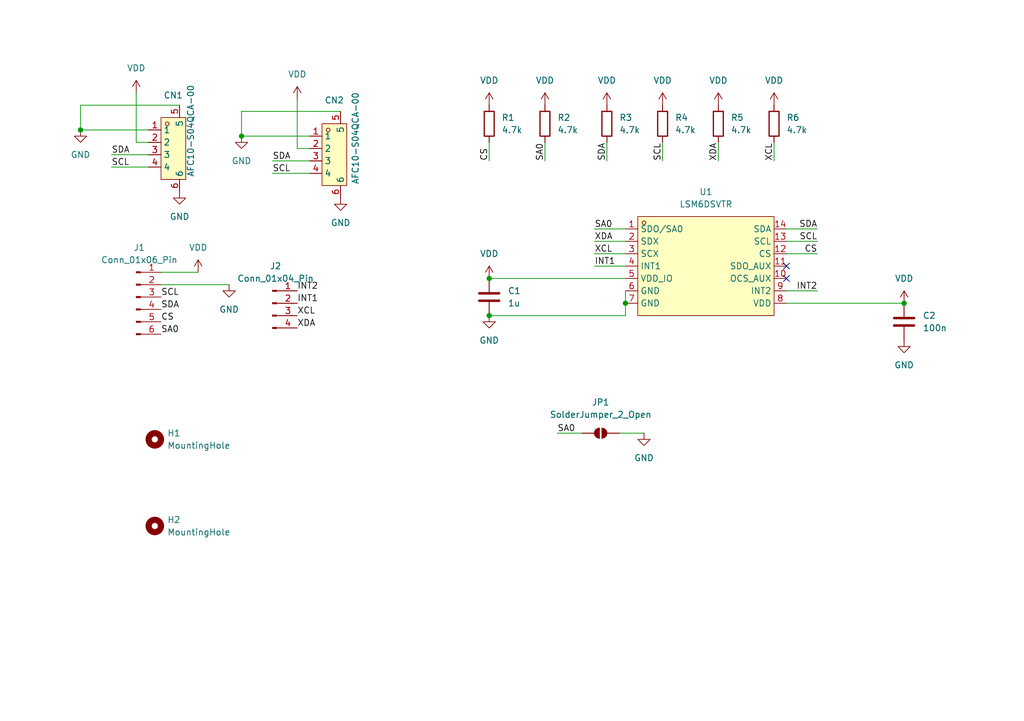
<source format=kicad_sch>
(kicad_sch
	(version 20231120)
	(generator "eeschema")
	(generator_version "8.0")
	(uuid "24953b58-eadd-406a-9e64-cdff82281852")
	(paper "A5")
	(lib_symbols
		(symbol "Connector:Conn_01x04_Pin"
			(pin_names
				(offset 1.016) hide)
			(exclude_from_sim no)
			(in_bom yes)
			(on_board yes)
			(property "Reference" "J"
				(at 0 5.08 0)
				(effects
					(font
						(size 1.27 1.27)
					)
				)
			)
			(property "Value" "Conn_01x04_Pin"
				(at 0 -7.62 0)
				(effects
					(font
						(size 1.27 1.27)
					)
				)
			)
			(property "Footprint" ""
				(at 0 0 0)
				(effects
					(font
						(size 1.27 1.27)
					)
					(hide yes)
				)
			)
			(property "Datasheet" "~"
				(at 0 0 0)
				(effects
					(font
						(size 1.27 1.27)
					)
					(hide yes)
				)
			)
			(property "Description" "Generic connector, single row, 01x04, script generated"
				(at 0 0 0)
				(effects
					(font
						(size 1.27 1.27)
					)
					(hide yes)
				)
			)
			(property "ki_locked" ""
				(at 0 0 0)
				(effects
					(font
						(size 1.27 1.27)
					)
				)
			)
			(property "ki_keywords" "connector"
				(at 0 0 0)
				(effects
					(font
						(size 1.27 1.27)
					)
					(hide yes)
				)
			)
			(property "ki_fp_filters" "Connector*:*_1x??_*"
				(at 0 0 0)
				(effects
					(font
						(size 1.27 1.27)
					)
					(hide yes)
				)
			)
			(symbol "Conn_01x04_Pin_1_1"
				(polyline
					(pts
						(xy 1.27 -5.08) (xy 0.8636 -5.08)
					)
					(stroke
						(width 0.1524)
						(type default)
					)
					(fill
						(type none)
					)
				)
				(polyline
					(pts
						(xy 1.27 -2.54) (xy 0.8636 -2.54)
					)
					(stroke
						(width 0.1524)
						(type default)
					)
					(fill
						(type none)
					)
				)
				(polyline
					(pts
						(xy 1.27 0) (xy 0.8636 0)
					)
					(stroke
						(width 0.1524)
						(type default)
					)
					(fill
						(type none)
					)
				)
				(polyline
					(pts
						(xy 1.27 2.54) (xy 0.8636 2.54)
					)
					(stroke
						(width 0.1524)
						(type default)
					)
					(fill
						(type none)
					)
				)
				(rectangle
					(start 0.8636 -4.953)
					(end 0 -5.207)
					(stroke
						(width 0.1524)
						(type default)
					)
					(fill
						(type outline)
					)
				)
				(rectangle
					(start 0.8636 -2.413)
					(end 0 -2.667)
					(stroke
						(width 0.1524)
						(type default)
					)
					(fill
						(type outline)
					)
				)
				(rectangle
					(start 0.8636 0.127)
					(end 0 -0.127)
					(stroke
						(width 0.1524)
						(type default)
					)
					(fill
						(type outline)
					)
				)
				(rectangle
					(start 0.8636 2.667)
					(end 0 2.413)
					(stroke
						(width 0.1524)
						(type default)
					)
					(fill
						(type outline)
					)
				)
				(pin passive line
					(at 5.08 2.54 180)
					(length 3.81)
					(name "Pin_1"
						(effects
							(font
								(size 1.27 1.27)
							)
						)
					)
					(number "1"
						(effects
							(font
								(size 1.27 1.27)
							)
						)
					)
				)
				(pin passive line
					(at 5.08 0 180)
					(length 3.81)
					(name "Pin_2"
						(effects
							(font
								(size 1.27 1.27)
							)
						)
					)
					(number "2"
						(effects
							(font
								(size 1.27 1.27)
							)
						)
					)
				)
				(pin passive line
					(at 5.08 -2.54 180)
					(length 3.81)
					(name "Pin_3"
						(effects
							(font
								(size 1.27 1.27)
							)
						)
					)
					(number "3"
						(effects
							(font
								(size 1.27 1.27)
							)
						)
					)
				)
				(pin passive line
					(at 5.08 -5.08 180)
					(length 3.81)
					(name "Pin_4"
						(effects
							(font
								(size 1.27 1.27)
							)
						)
					)
					(number "4"
						(effects
							(font
								(size 1.27 1.27)
							)
						)
					)
				)
			)
		)
		(symbol "Connector:Conn_01x06_Pin"
			(pin_names
				(offset 1.016) hide)
			(exclude_from_sim no)
			(in_bom yes)
			(on_board yes)
			(property "Reference" "J"
				(at 0 7.62 0)
				(effects
					(font
						(size 1.27 1.27)
					)
				)
			)
			(property "Value" "Conn_01x06_Pin"
				(at 0 -10.16 0)
				(effects
					(font
						(size 1.27 1.27)
					)
				)
			)
			(property "Footprint" ""
				(at 0 0 0)
				(effects
					(font
						(size 1.27 1.27)
					)
					(hide yes)
				)
			)
			(property "Datasheet" "~"
				(at 0 0 0)
				(effects
					(font
						(size 1.27 1.27)
					)
					(hide yes)
				)
			)
			(property "Description" "Generic connector, single row, 01x06, script generated"
				(at 0 0 0)
				(effects
					(font
						(size 1.27 1.27)
					)
					(hide yes)
				)
			)
			(property "ki_locked" ""
				(at 0 0 0)
				(effects
					(font
						(size 1.27 1.27)
					)
				)
			)
			(property "ki_keywords" "connector"
				(at 0 0 0)
				(effects
					(font
						(size 1.27 1.27)
					)
					(hide yes)
				)
			)
			(property "ki_fp_filters" "Connector*:*_1x??_*"
				(at 0 0 0)
				(effects
					(font
						(size 1.27 1.27)
					)
					(hide yes)
				)
			)
			(symbol "Conn_01x06_Pin_1_1"
				(polyline
					(pts
						(xy 1.27 -7.62) (xy 0.8636 -7.62)
					)
					(stroke
						(width 0.1524)
						(type default)
					)
					(fill
						(type none)
					)
				)
				(polyline
					(pts
						(xy 1.27 -5.08) (xy 0.8636 -5.08)
					)
					(stroke
						(width 0.1524)
						(type default)
					)
					(fill
						(type none)
					)
				)
				(polyline
					(pts
						(xy 1.27 -2.54) (xy 0.8636 -2.54)
					)
					(stroke
						(width 0.1524)
						(type default)
					)
					(fill
						(type none)
					)
				)
				(polyline
					(pts
						(xy 1.27 0) (xy 0.8636 0)
					)
					(stroke
						(width 0.1524)
						(type default)
					)
					(fill
						(type none)
					)
				)
				(polyline
					(pts
						(xy 1.27 2.54) (xy 0.8636 2.54)
					)
					(stroke
						(width 0.1524)
						(type default)
					)
					(fill
						(type none)
					)
				)
				(polyline
					(pts
						(xy 1.27 5.08) (xy 0.8636 5.08)
					)
					(stroke
						(width 0.1524)
						(type default)
					)
					(fill
						(type none)
					)
				)
				(rectangle
					(start 0.8636 -7.493)
					(end 0 -7.747)
					(stroke
						(width 0.1524)
						(type default)
					)
					(fill
						(type outline)
					)
				)
				(rectangle
					(start 0.8636 -4.953)
					(end 0 -5.207)
					(stroke
						(width 0.1524)
						(type default)
					)
					(fill
						(type outline)
					)
				)
				(rectangle
					(start 0.8636 -2.413)
					(end 0 -2.667)
					(stroke
						(width 0.1524)
						(type default)
					)
					(fill
						(type outline)
					)
				)
				(rectangle
					(start 0.8636 0.127)
					(end 0 -0.127)
					(stroke
						(width 0.1524)
						(type default)
					)
					(fill
						(type outline)
					)
				)
				(rectangle
					(start 0.8636 2.667)
					(end 0 2.413)
					(stroke
						(width 0.1524)
						(type default)
					)
					(fill
						(type outline)
					)
				)
				(rectangle
					(start 0.8636 5.207)
					(end 0 4.953)
					(stroke
						(width 0.1524)
						(type default)
					)
					(fill
						(type outline)
					)
				)
				(pin passive line
					(at 5.08 5.08 180)
					(length 3.81)
					(name "Pin_1"
						(effects
							(font
								(size 1.27 1.27)
							)
						)
					)
					(number "1"
						(effects
							(font
								(size 1.27 1.27)
							)
						)
					)
				)
				(pin passive line
					(at 5.08 2.54 180)
					(length 3.81)
					(name "Pin_2"
						(effects
							(font
								(size 1.27 1.27)
							)
						)
					)
					(number "2"
						(effects
							(font
								(size 1.27 1.27)
							)
						)
					)
				)
				(pin passive line
					(at 5.08 0 180)
					(length 3.81)
					(name "Pin_3"
						(effects
							(font
								(size 1.27 1.27)
							)
						)
					)
					(number "3"
						(effects
							(font
								(size 1.27 1.27)
							)
						)
					)
				)
				(pin passive line
					(at 5.08 -2.54 180)
					(length 3.81)
					(name "Pin_4"
						(effects
							(font
								(size 1.27 1.27)
							)
						)
					)
					(number "4"
						(effects
							(font
								(size 1.27 1.27)
							)
						)
					)
				)
				(pin passive line
					(at 5.08 -5.08 180)
					(length 3.81)
					(name "Pin_5"
						(effects
							(font
								(size 1.27 1.27)
							)
						)
					)
					(number "5"
						(effects
							(font
								(size 1.27 1.27)
							)
						)
					)
				)
				(pin passive line
					(at 5.08 -7.62 180)
					(length 3.81)
					(name "Pin_6"
						(effects
							(font
								(size 1.27 1.27)
							)
						)
					)
					(number "6"
						(effects
							(font
								(size 1.27 1.27)
							)
						)
					)
				)
			)
		)
		(symbol "Device:C"
			(pin_numbers hide)
			(pin_names
				(offset 0.254)
			)
			(exclude_from_sim no)
			(in_bom yes)
			(on_board yes)
			(property "Reference" "C"
				(at 0.635 2.54 0)
				(effects
					(font
						(size 1.27 1.27)
					)
					(justify left)
				)
			)
			(property "Value" "C"
				(at 0.635 -2.54 0)
				(effects
					(font
						(size 1.27 1.27)
					)
					(justify left)
				)
			)
			(property "Footprint" ""
				(at 0.9652 -3.81 0)
				(effects
					(font
						(size 1.27 1.27)
					)
					(hide yes)
				)
			)
			(property "Datasheet" "~"
				(at 0 0 0)
				(effects
					(font
						(size 1.27 1.27)
					)
					(hide yes)
				)
			)
			(property "Description" "Unpolarized capacitor"
				(at 0 0 0)
				(effects
					(font
						(size 1.27 1.27)
					)
					(hide yes)
				)
			)
			(property "ki_keywords" "cap capacitor"
				(at 0 0 0)
				(effects
					(font
						(size 1.27 1.27)
					)
					(hide yes)
				)
			)
			(property "ki_fp_filters" "C_*"
				(at 0 0 0)
				(effects
					(font
						(size 1.27 1.27)
					)
					(hide yes)
				)
			)
			(symbol "C_0_1"
				(polyline
					(pts
						(xy -2.032 -0.762) (xy 2.032 -0.762)
					)
					(stroke
						(width 0.508)
						(type default)
					)
					(fill
						(type none)
					)
				)
				(polyline
					(pts
						(xy -2.032 0.762) (xy 2.032 0.762)
					)
					(stroke
						(width 0.508)
						(type default)
					)
					(fill
						(type none)
					)
				)
			)
			(symbol "C_1_1"
				(pin passive line
					(at 0 3.81 270)
					(length 2.794)
					(name "~"
						(effects
							(font
								(size 1.27 1.27)
							)
						)
					)
					(number "1"
						(effects
							(font
								(size 1.27 1.27)
							)
						)
					)
				)
				(pin passive line
					(at 0 -3.81 90)
					(length 2.794)
					(name "~"
						(effects
							(font
								(size 1.27 1.27)
							)
						)
					)
					(number "2"
						(effects
							(font
								(size 1.27 1.27)
							)
						)
					)
				)
			)
		)
		(symbol "Device:R"
			(pin_numbers hide)
			(pin_names
				(offset 0)
			)
			(exclude_from_sim no)
			(in_bom yes)
			(on_board yes)
			(property "Reference" "R"
				(at 2.032 0 90)
				(effects
					(font
						(size 1.27 1.27)
					)
				)
			)
			(property "Value" "R"
				(at 0 0 90)
				(effects
					(font
						(size 1.27 1.27)
					)
				)
			)
			(property "Footprint" ""
				(at -1.778 0 90)
				(effects
					(font
						(size 1.27 1.27)
					)
					(hide yes)
				)
			)
			(property "Datasheet" "~"
				(at 0 0 0)
				(effects
					(font
						(size 1.27 1.27)
					)
					(hide yes)
				)
			)
			(property "Description" "Resistor"
				(at 0 0 0)
				(effects
					(font
						(size 1.27 1.27)
					)
					(hide yes)
				)
			)
			(property "ki_keywords" "R res resistor"
				(at 0 0 0)
				(effects
					(font
						(size 1.27 1.27)
					)
					(hide yes)
				)
			)
			(property "ki_fp_filters" "R_*"
				(at 0 0 0)
				(effects
					(font
						(size 1.27 1.27)
					)
					(hide yes)
				)
			)
			(symbol "R_0_1"
				(rectangle
					(start -1.016 -2.54)
					(end 1.016 2.54)
					(stroke
						(width 0.254)
						(type default)
					)
					(fill
						(type none)
					)
				)
			)
			(symbol "R_1_1"
				(pin passive line
					(at 0 3.81 270)
					(length 1.27)
					(name "~"
						(effects
							(font
								(size 1.27 1.27)
							)
						)
					)
					(number "1"
						(effects
							(font
								(size 1.27 1.27)
							)
						)
					)
				)
				(pin passive line
					(at 0 -3.81 90)
					(length 1.27)
					(name "~"
						(effects
							(font
								(size 1.27 1.27)
							)
						)
					)
					(number "2"
						(effects
							(font
								(size 1.27 1.27)
							)
						)
					)
				)
			)
		)
		(symbol "Jumper:SolderJumper_2_Open"
			(pin_numbers hide)
			(pin_names
				(offset 0) hide)
			(exclude_from_sim yes)
			(in_bom no)
			(on_board yes)
			(property "Reference" "JP"
				(at 0 2.032 0)
				(effects
					(font
						(size 1.27 1.27)
					)
				)
			)
			(property "Value" "SolderJumper_2_Open"
				(at 0 -2.54 0)
				(effects
					(font
						(size 1.27 1.27)
					)
				)
			)
			(property "Footprint" ""
				(at 0 0 0)
				(effects
					(font
						(size 1.27 1.27)
					)
					(hide yes)
				)
			)
			(property "Datasheet" "~"
				(at 0 0 0)
				(effects
					(font
						(size 1.27 1.27)
					)
					(hide yes)
				)
			)
			(property "Description" "Solder Jumper, 2-pole, open"
				(at 0 0 0)
				(effects
					(font
						(size 1.27 1.27)
					)
					(hide yes)
				)
			)
			(property "ki_keywords" "solder jumper SPST"
				(at 0 0 0)
				(effects
					(font
						(size 1.27 1.27)
					)
					(hide yes)
				)
			)
			(property "ki_fp_filters" "SolderJumper*Open*"
				(at 0 0 0)
				(effects
					(font
						(size 1.27 1.27)
					)
					(hide yes)
				)
			)
			(symbol "SolderJumper_2_Open_0_1"
				(arc
					(start -0.254 1.016)
					(mid -1.2656 0)
					(end -0.254 -1.016)
					(stroke
						(width 0)
						(type default)
					)
					(fill
						(type none)
					)
				)
				(arc
					(start -0.254 1.016)
					(mid -1.2656 0)
					(end -0.254 -1.016)
					(stroke
						(width 0)
						(type default)
					)
					(fill
						(type outline)
					)
				)
				(polyline
					(pts
						(xy -0.254 1.016) (xy -0.254 -1.016)
					)
					(stroke
						(width 0)
						(type default)
					)
					(fill
						(type none)
					)
				)
				(polyline
					(pts
						(xy 0.254 1.016) (xy 0.254 -1.016)
					)
					(stroke
						(width 0)
						(type default)
					)
					(fill
						(type none)
					)
				)
				(arc
					(start 0.254 -1.016)
					(mid 1.2656 0)
					(end 0.254 1.016)
					(stroke
						(width 0)
						(type default)
					)
					(fill
						(type none)
					)
				)
				(arc
					(start 0.254 -1.016)
					(mid 1.2656 0)
					(end 0.254 1.016)
					(stroke
						(width 0)
						(type default)
					)
					(fill
						(type outline)
					)
				)
			)
			(symbol "SolderJumper_2_Open_1_1"
				(pin passive line
					(at -3.81 0 0)
					(length 2.54)
					(name "A"
						(effects
							(font
								(size 1.27 1.27)
							)
						)
					)
					(number "1"
						(effects
							(font
								(size 1.27 1.27)
							)
						)
					)
				)
				(pin passive line
					(at 3.81 0 180)
					(length 2.54)
					(name "B"
						(effects
							(font
								(size 1.27 1.27)
							)
						)
					)
					(number "2"
						(effects
							(font
								(size 1.27 1.27)
							)
						)
					)
				)
			)
		)
		(symbol "Mechanical:MountingHole"
			(pin_names
				(offset 1.016)
			)
			(exclude_from_sim yes)
			(in_bom no)
			(on_board yes)
			(property "Reference" "H"
				(at 0 5.08 0)
				(effects
					(font
						(size 1.27 1.27)
					)
				)
			)
			(property "Value" "MountingHole"
				(at 0 3.175 0)
				(effects
					(font
						(size 1.27 1.27)
					)
				)
			)
			(property "Footprint" ""
				(at 0 0 0)
				(effects
					(font
						(size 1.27 1.27)
					)
					(hide yes)
				)
			)
			(property "Datasheet" "~"
				(at 0 0 0)
				(effects
					(font
						(size 1.27 1.27)
					)
					(hide yes)
				)
			)
			(property "Description" "Mounting Hole without connection"
				(at 0 0 0)
				(effects
					(font
						(size 1.27 1.27)
					)
					(hide yes)
				)
			)
			(property "ki_keywords" "mounting hole"
				(at 0 0 0)
				(effects
					(font
						(size 1.27 1.27)
					)
					(hide yes)
				)
			)
			(property "ki_fp_filters" "MountingHole*"
				(at 0 0 0)
				(effects
					(font
						(size 1.27 1.27)
					)
					(hide yes)
				)
			)
			(symbol "MountingHole_0_1"
				(circle
					(center 0 0)
					(radius 1.27)
					(stroke
						(width 1.27)
						(type default)
					)
					(fill
						(type none)
					)
				)
			)
		)
		(symbol "lsm6dsv:LSM6DSVTR"
			(exclude_from_sim no)
			(in_bom yes)
			(on_board yes)
			(property "Reference" "U"
				(at 0 12.7 0)
				(effects
					(font
						(size 1.27 1.27)
					)
				)
			)
			(property "Value" "LSM6DSVTR"
				(at 0 -12.7 0)
				(effects
					(font
						(size 1.27 1.27)
					)
				)
			)
			(property "Footprint" "lsm6dsv:LGA-14_L3.0-W2.5-P0.50-TL"
				(at 0 -15.24 0)
				(effects
					(font
						(size 1.27 1.27)
					)
					(hide yes)
				)
			)
			(property "Datasheet" ""
				(at 0 0 0)
				(effects
					(font
						(size 1.27 1.27)
					)
					(hide yes)
				)
			)
			(property "Description" ""
				(at 0 0 0)
				(effects
					(font
						(size 1.27 1.27)
					)
					(hide yes)
				)
			)
			(property "LCSC Part" "C5267399"
				(at 0 -17.78 0)
				(effects
					(font
						(size 1.27 1.27)
					)
					(hide yes)
				)
			)
			(symbol "LSM6DSVTR_0_1"
				(rectangle
					(start -13.97 10.16)
					(end 13.97 -10.16)
					(stroke
						(width 0)
						(type default)
					)
					(fill
						(type background)
					)
				)
				(circle
					(center -12.7 8.89)
					(radius 0.38)
					(stroke
						(width 0)
						(type default)
					)
					(fill
						(type none)
					)
				)
				(pin unspecified line
					(at -16.51 7.62 0)
					(length 2.54)
					(name "SDO/SA0"
						(effects
							(font
								(size 1.27 1.27)
							)
						)
					)
					(number "1"
						(effects
							(font
								(size 1.27 1.27)
							)
						)
					)
				)
				(pin unspecified line
					(at 16.51 -2.54 180)
					(length 2.54)
					(name "OCS_AUX"
						(effects
							(font
								(size 1.27 1.27)
							)
						)
					)
					(number "10"
						(effects
							(font
								(size 1.27 1.27)
							)
						)
					)
				)
				(pin unspecified line
					(at 16.51 0 180)
					(length 2.54)
					(name "SDO_AUX"
						(effects
							(font
								(size 1.27 1.27)
							)
						)
					)
					(number "11"
						(effects
							(font
								(size 1.27 1.27)
							)
						)
					)
				)
				(pin unspecified line
					(at 16.51 2.54 180)
					(length 2.54)
					(name "CS"
						(effects
							(font
								(size 1.27 1.27)
							)
						)
					)
					(number "12"
						(effects
							(font
								(size 1.27 1.27)
							)
						)
					)
				)
				(pin unspecified line
					(at 16.51 5.08 180)
					(length 2.54)
					(name "SCL"
						(effects
							(font
								(size 1.27 1.27)
							)
						)
					)
					(number "13"
						(effects
							(font
								(size 1.27 1.27)
							)
						)
					)
				)
				(pin unspecified line
					(at 16.51 7.62 180)
					(length 2.54)
					(name "SDA"
						(effects
							(font
								(size 1.27 1.27)
							)
						)
					)
					(number "14"
						(effects
							(font
								(size 1.27 1.27)
							)
						)
					)
				)
				(pin unspecified line
					(at -16.51 5.08 0)
					(length 2.54)
					(name "SDX"
						(effects
							(font
								(size 1.27 1.27)
							)
						)
					)
					(number "2"
						(effects
							(font
								(size 1.27 1.27)
							)
						)
					)
				)
				(pin unspecified line
					(at -16.51 2.54 0)
					(length 2.54)
					(name "SCX"
						(effects
							(font
								(size 1.27 1.27)
							)
						)
					)
					(number "3"
						(effects
							(font
								(size 1.27 1.27)
							)
						)
					)
				)
				(pin unspecified line
					(at -16.51 0 0)
					(length 2.54)
					(name "INT1"
						(effects
							(font
								(size 1.27 1.27)
							)
						)
					)
					(number "4"
						(effects
							(font
								(size 1.27 1.27)
							)
						)
					)
				)
				(pin unspecified line
					(at -16.51 -2.54 0)
					(length 2.54)
					(name "VDD_IO"
						(effects
							(font
								(size 1.27 1.27)
							)
						)
					)
					(number "5"
						(effects
							(font
								(size 1.27 1.27)
							)
						)
					)
				)
				(pin unspecified line
					(at -16.51 -5.08 0)
					(length 2.54)
					(name "GND"
						(effects
							(font
								(size 1.27 1.27)
							)
						)
					)
					(number "6"
						(effects
							(font
								(size 1.27 1.27)
							)
						)
					)
				)
				(pin unspecified line
					(at -16.51 -7.62 0)
					(length 2.54)
					(name "GND"
						(effects
							(font
								(size 1.27 1.27)
							)
						)
					)
					(number "7"
						(effects
							(font
								(size 1.27 1.27)
							)
						)
					)
				)
				(pin unspecified line
					(at 16.51 -7.62 180)
					(length 2.54)
					(name "VDD"
						(effects
							(font
								(size 1.27 1.27)
							)
						)
					)
					(number "8"
						(effects
							(font
								(size 1.27 1.27)
							)
						)
					)
				)
				(pin unspecified line
					(at 16.51 -5.08 180)
					(length 2.54)
					(name "INT2"
						(effects
							(font
								(size 1.27 1.27)
							)
						)
					)
					(number "9"
						(effects
							(font
								(size 1.27 1.27)
							)
						)
					)
				)
			)
		)
		(symbol "power:GND"
			(power)
			(pin_numbers hide)
			(pin_names
				(offset 0) hide)
			(exclude_from_sim no)
			(in_bom yes)
			(on_board yes)
			(property "Reference" "#PWR"
				(at 0 -6.35 0)
				(effects
					(font
						(size 1.27 1.27)
					)
					(hide yes)
				)
			)
			(property "Value" "GND"
				(at 0 -3.81 0)
				(effects
					(font
						(size 1.27 1.27)
					)
				)
			)
			(property "Footprint" ""
				(at 0 0 0)
				(effects
					(font
						(size 1.27 1.27)
					)
					(hide yes)
				)
			)
			(property "Datasheet" ""
				(at 0 0 0)
				(effects
					(font
						(size 1.27 1.27)
					)
					(hide yes)
				)
			)
			(property "Description" "Power symbol creates a global label with name \"GND\" , ground"
				(at 0 0 0)
				(effects
					(font
						(size 1.27 1.27)
					)
					(hide yes)
				)
			)
			(property "ki_keywords" "global power"
				(at 0 0 0)
				(effects
					(font
						(size 1.27 1.27)
					)
					(hide yes)
				)
			)
			(symbol "GND_0_1"
				(polyline
					(pts
						(xy 0 0) (xy 0 -1.27) (xy 1.27 -1.27) (xy 0 -2.54) (xy -1.27 -1.27) (xy 0 -1.27)
					)
					(stroke
						(width 0)
						(type default)
					)
					(fill
						(type none)
					)
				)
			)
			(symbol "GND_1_1"
				(pin power_in line
					(at 0 0 270)
					(length 0)
					(name "~"
						(effects
							(font
								(size 1.27 1.27)
							)
						)
					)
					(number "1"
						(effects
							(font
								(size 1.27 1.27)
							)
						)
					)
				)
			)
		)
		(symbol "power:VDD"
			(power)
			(pin_numbers hide)
			(pin_names
				(offset 0) hide)
			(exclude_from_sim no)
			(in_bom yes)
			(on_board yes)
			(property "Reference" "#PWR"
				(at 0 -3.81 0)
				(effects
					(font
						(size 1.27 1.27)
					)
					(hide yes)
				)
			)
			(property "Value" "VDD"
				(at 0 3.556 0)
				(effects
					(font
						(size 1.27 1.27)
					)
				)
			)
			(property "Footprint" ""
				(at 0 0 0)
				(effects
					(font
						(size 1.27 1.27)
					)
					(hide yes)
				)
			)
			(property "Datasheet" ""
				(at 0 0 0)
				(effects
					(font
						(size 1.27 1.27)
					)
					(hide yes)
				)
			)
			(property "Description" "Power symbol creates a global label with name \"VDD\""
				(at 0 0 0)
				(effects
					(font
						(size 1.27 1.27)
					)
					(hide yes)
				)
			)
			(property "ki_keywords" "global power"
				(at 0 0 0)
				(effects
					(font
						(size 1.27 1.27)
					)
					(hide yes)
				)
			)
			(symbol "VDD_0_1"
				(polyline
					(pts
						(xy -0.762 1.27) (xy 0 2.54)
					)
					(stroke
						(width 0)
						(type default)
					)
					(fill
						(type none)
					)
				)
				(polyline
					(pts
						(xy 0 0) (xy 0 2.54)
					)
					(stroke
						(width 0)
						(type default)
					)
					(fill
						(type none)
					)
				)
				(polyline
					(pts
						(xy 0 2.54) (xy 0.762 1.27)
					)
					(stroke
						(width 0)
						(type default)
					)
					(fill
						(type none)
					)
				)
			)
			(symbol "VDD_1_1"
				(pin power_in line
					(at 0 0 90)
					(length 0)
					(name "~"
						(effects
							(font
								(size 1.27 1.27)
							)
						)
					)
					(number "1"
						(effects
							(font
								(size 1.27 1.27)
							)
						)
					)
				)
			)
		)
		(symbol "qwiic:AFC10-S04QCA-00"
			(exclude_from_sim no)
			(in_bom yes)
			(on_board yes)
			(property "Reference" "X"
				(at 0 13.97 0)
				(effects
					(font
						(size 1.27 1.27)
					)
				)
			)
			(property "Value" "AFC10-S04QCA-00"
				(at 0 -13.97 0)
				(effects
					(font
						(size 1.27 1.27)
					)
				)
			)
			(property "Footprint" "qwiic:CONN-SMD_AFC10-S04QCA-00"
				(at 0 -16.51 0)
				(effects
					(font
						(size 1.27 1.27)
					)
					(hide yes)
				)
			)
			(property "Datasheet" ""
				(at 0 0 0)
				(effects
					(font
						(size 1.27 1.27)
					)
					(hide yes)
				)
			)
			(property "Description" ""
				(at 0 0 0)
				(effects
					(font
						(size 1.27 1.27)
					)
					(hide yes)
				)
			)
			(property "LCSC Part" "C2764183"
				(at 0 -19.05 0)
				(effects
					(font
						(size 1.27 1.27)
					)
					(hide yes)
				)
			)
			(symbol "AFC10-S04QCA-00_0_1"
				(rectangle
					(start -2.54 6.35)
					(end 2.54 -6.35)
					(stroke
						(width 0)
						(type default)
					)
					(fill
						(type background)
					)
				)
				(circle
					(center -1.27 5.08)
					(radius 0.38)
					(stroke
						(width 0)
						(type default)
					)
					(fill
						(type none)
					)
				)
				(pin unspecified line
					(at -5.08 3.81 0)
					(length 2.54)
					(name "1"
						(effects
							(font
								(size 1.27 1.27)
							)
						)
					)
					(number "1"
						(effects
							(font
								(size 1.27 1.27)
							)
						)
					)
				)
				(pin unspecified line
					(at -5.08 1.27 0)
					(length 2.54)
					(name "2"
						(effects
							(font
								(size 1.27 1.27)
							)
						)
					)
					(number "2"
						(effects
							(font
								(size 1.27 1.27)
							)
						)
					)
				)
				(pin unspecified line
					(at -5.08 -1.27 0)
					(length 2.54)
					(name "3"
						(effects
							(font
								(size 1.27 1.27)
							)
						)
					)
					(number "3"
						(effects
							(font
								(size 1.27 1.27)
							)
						)
					)
				)
				(pin unspecified line
					(at -5.08 -3.81 0)
					(length 2.54)
					(name "4"
						(effects
							(font
								(size 1.27 1.27)
							)
						)
					)
					(number "4"
						(effects
							(font
								(size 1.27 1.27)
							)
						)
					)
				)
				(pin unspecified line
					(at 1.27 8.89 270)
					(length 2.54)
					(name "5"
						(effects
							(font
								(size 1.27 1.27)
							)
						)
					)
					(number "5"
						(effects
							(font
								(size 1.27 1.27)
							)
						)
					)
				)
				(pin unspecified line
					(at 1.27 -8.89 90)
					(length 2.54)
					(name "6"
						(effects
							(font
								(size 1.27 1.27)
							)
						)
					)
					(number "6"
						(effects
							(font
								(size 1.27 1.27)
							)
						)
					)
				)
			)
		)
	)
	(junction
		(at 128.27 62.23)
		(diameter 0)
		(color 0 0 0 0)
		(uuid "23724499-6432-4646-961d-c9fb9ede1c24")
	)
	(junction
		(at 49.53 27.94)
		(diameter 0)
		(color 0 0 0 0)
		(uuid "2c0bbb1a-0677-4c35-a629-5de077357039")
	)
	(junction
		(at 16.51 26.67)
		(diameter 0)
		(color 0 0 0 0)
		(uuid "57491356-2487-4805-b453-81e4c9e8f124")
	)
	(junction
		(at 185.42 62.23)
		(diameter 0)
		(color 0 0 0 0)
		(uuid "a1b55d18-273f-4d63-9e69-9dffec5e67ab")
	)
	(junction
		(at 100.33 57.15)
		(diameter 0)
		(color 0 0 0 0)
		(uuid "d80b99b4-a6b2-49b6-95e7-e32d213ad0ab")
	)
	(junction
		(at 100.33 64.77)
		(diameter 0)
		(color 0 0 0 0)
		(uuid "fa8a9681-2451-4d94-a245-6b28208c5b41")
	)
	(no_connect
		(at 161.29 57.15)
		(uuid "7e06d079-fdbd-46c3-9fbc-8a7172933f93")
	)
	(no_connect
		(at 161.29 54.61)
		(uuid "c3f8238b-3da3-405e-a721-daeb6039d71b")
	)
	(wire
		(pts
			(xy 49.53 27.94) (xy 63.5 27.94)
		)
		(stroke
			(width 0)
			(type default)
		)
		(uuid "031e21f5-87e2-4562-a545-dda54d74792b")
	)
	(wire
		(pts
			(xy 33.02 58.42) (xy 46.99 58.42)
		)
		(stroke
			(width 0)
			(type default)
		)
		(uuid "07a3130e-fba2-44eb-8212-4f661e5db041")
	)
	(wire
		(pts
			(xy 121.92 52.07) (xy 128.27 52.07)
		)
		(stroke
			(width 0)
			(type default)
		)
		(uuid "0812e3fd-bf58-4df7-aaf9-bbda65ef00b8")
	)
	(wire
		(pts
			(xy 124.46 29.21) (xy 124.46 33.02)
		)
		(stroke
			(width 0)
			(type default)
		)
		(uuid "0f8e4c45-6d6b-4eb2-88ad-abb4a7671ab5")
	)
	(wire
		(pts
			(xy 100.33 29.21) (xy 100.33 33.02)
		)
		(stroke
			(width 0)
			(type default)
		)
		(uuid "13002406-b447-43e5-9fee-5c339281e5a1")
	)
	(wire
		(pts
			(xy 55.88 35.56) (xy 63.5 35.56)
		)
		(stroke
			(width 0)
			(type default)
		)
		(uuid "1401b142-9c94-4127-b928-6e81655ac151")
	)
	(wire
		(pts
			(xy 33.02 55.88) (xy 40.64 55.88)
		)
		(stroke
			(width 0)
			(type default)
		)
		(uuid "1f33d674-dd91-4c8e-b293-25398494b428")
	)
	(wire
		(pts
			(xy 60.96 20.32) (xy 60.96 30.48)
		)
		(stroke
			(width 0)
			(type default)
		)
		(uuid "2a9be609-5629-4fae-91c2-31d6d804522f")
	)
	(wire
		(pts
			(xy 161.29 46.99) (xy 167.64 46.99)
		)
		(stroke
			(width 0)
			(type default)
		)
		(uuid "2aef0842-95b8-49e8-9fcc-efb8a3217163")
	)
	(wire
		(pts
			(xy 36.83 21.59) (xy 16.51 21.59)
		)
		(stroke
			(width 0)
			(type default)
		)
		(uuid "2af7bdb7-8fbd-41be-9434-3e1d5ce22e20")
	)
	(wire
		(pts
			(xy 147.32 29.21) (xy 147.32 33.02)
		)
		(stroke
			(width 0)
			(type default)
		)
		(uuid "2c169cd2-77a5-4971-83c1-77b4133bffbe")
	)
	(wire
		(pts
			(xy 49.53 22.86) (xy 49.53 27.94)
		)
		(stroke
			(width 0)
			(type default)
		)
		(uuid "31f203d0-295e-4ca9-b8b1-dd93b0b2a5c3")
	)
	(wire
		(pts
			(xy 121.92 54.61) (xy 128.27 54.61)
		)
		(stroke
			(width 0)
			(type default)
		)
		(uuid "42aec23c-a1ac-4a61-b92d-4a4ed8438b3b")
	)
	(wire
		(pts
			(xy 158.75 29.21) (xy 158.75 33.02)
		)
		(stroke
			(width 0)
			(type default)
		)
		(uuid "52c6d7de-10b3-44b7-903a-6d5c3d5d2894")
	)
	(wire
		(pts
			(xy 121.92 46.99) (xy 128.27 46.99)
		)
		(stroke
			(width 0)
			(type default)
		)
		(uuid "579434f1-cb9c-4083-bfb0-2193a4c8c5c1")
	)
	(wire
		(pts
			(xy 100.33 57.15) (xy 128.27 57.15)
		)
		(stroke
			(width 0)
			(type default)
		)
		(uuid "5a7fc79c-7fd8-440b-a413-f0b3e522f245")
	)
	(wire
		(pts
			(xy 69.85 22.86) (xy 49.53 22.86)
		)
		(stroke
			(width 0)
			(type default)
		)
		(uuid "642e91e4-0932-4634-b35f-e61c376cfa66")
	)
	(wire
		(pts
			(xy 27.94 19.05) (xy 27.94 29.21)
		)
		(stroke
			(width 0)
			(type default)
		)
		(uuid "6790fa7f-94e0-46cc-b7e1-5bca2994bbfa")
	)
	(wire
		(pts
			(xy 127 88.9) (xy 132.08 88.9)
		)
		(stroke
			(width 0)
			(type default)
		)
		(uuid "680bec31-f554-47f7-a356-a44b7ed91187")
	)
	(wire
		(pts
			(xy 30.48 29.21) (xy 27.94 29.21)
		)
		(stroke
			(width 0)
			(type default)
		)
		(uuid "6ec4bad0-20c7-496b-bfae-e24278ff704d")
	)
	(wire
		(pts
			(xy 111.76 29.21) (xy 111.76 33.02)
		)
		(stroke
			(width 0)
			(type default)
		)
		(uuid "8b3d1324-f1fe-4869-bfd9-eb40a8bb0f9a")
	)
	(wire
		(pts
			(xy 135.89 29.21) (xy 135.89 33.02)
		)
		(stroke
			(width 0)
			(type default)
		)
		(uuid "8dcd8c27-af10-499d-a9dc-05bf516bcd98")
	)
	(wire
		(pts
			(xy 128.27 59.69) (xy 128.27 62.23)
		)
		(stroke
			(width 0)
			(type default)
		)
		(uuid "98ae8a53-dd12-451a-8d45-d625a478e7b0")
	)
	(wire
		(pts
			(xy 63.5 30.48) (xy 60.96 30.48)
		)
		(stroke
			(width 0)
			(type default)
		)
		(uuid "a7cf6e8e-5790-4840-956b-d915b7618661")
	)
	(wire
		(pts
			(xy 128.27 64.77) (xy 100.33 64.77)
		)
		(stroke
			(width 0)
			(type default)
		)
		(uuid "b056683f-9b2a-4517-af94-8c92db917bf0")
	)
	(wire
		(pts
			(xy 16.51 26.67) (xy 30.48 26.67)
		)
		(stroke
			(width 0)
			(type default)
		)
		(uuid "b2a77088-9ba6-4714-8557-46a2bbff14ae")
	)
	(wire
		(pts
			(xy 161.29 59.69) (xy 167.64 59.69)
		)
		(stroke
			(width 0)
			(type default)
		)
		(uuid "bae18d0d-88fd-4e83-849b-cb907064f341")
	)
	(wire
		(pts
			(xy 22.86 34.29) (xy 30.48 34.29)
		)
		(stroke
			(width 0)
			(type default)
		)
		(uuid "c05dad51-bc07-472e-be7e-8ee467aaa9cf")
	)
	(wire
		(pts
			(xy 161.29 52.07) (xy 167.64 52.07)
		)
		(stroke
			(width 0)
			(type default)
		)
		(uuid "c3742344-1bd8-4036-b0ab-853e972b7653")
	)
	(wire
		(pts
			(xy 114.3 88.9) (xy 119.38 88.9)
		)
		(stroke
			(width 0)
			(type default)
		)
		(uuid "c77417d6-5134-4287-940c-35babf38b48e")
	)
	(wire
		(pts
			(xy 121.92 49.53) (xy 128.27 49.53)
		)
		(stroke
			(width 0)
			(type default)
		)
		(uuid "c7b49a0e-438c-46be-9b25-86c56baaf949")
	)
	(wire
		(pts
			(xy 128.27 62.23) (xy 128.27 64.77)
		)
		(stroke
			(width 0)
			(type default)
		)
		(uuid "c8cf2096-6ad2-4c3c-99c4-71c8debd3a9b")
	)
	(wire
		(pts
			(xy 16.51 21.59) (xy 16.51 26.67)
		)
		(stroke
			(width 0)
			(type default)
		)
		(uuid "ce8073b6-41d1-46af-ad5b-351566ba1e59")
	)
	(wire
		(pts
			(xy 161.29 49.53) (xy 167.64 49.53)
		)
		(stroke
			(width 0)
			(type default)
		)
		(uuid "d92603d0-f989-4f45-a4f3-9345c26a467b")
	)
	(wire
		(pts
			(xy 22.86 31.75) (xy 30.48 31.75)
		)
		(stroke
			(width 0)
			(type default)
		)
		(uuid "e1a42e9d-642d-4166-acc9-83a80d9664fb")
	)
	(wire
		(pts
			(xy 161.29 62.23) (xy 185.42 62.23)
		)
		(stroke
			(width 0)
			(type default)
		)
		(uuid "ef41ee3c-9672-4d5a-902c-5c2016d84803")
	)
	(wire
		(pts
			(xy 55.88 33.02) (xy 63.5 33.02)
		)
		(stroke
			(width 0)
			(type default)
		)
		(uuid "f8865557-056d-4bcf-86dc-e09b6eb954fe")
	)
	(label "SCL"
		(at 135.89 33.02 90)
		(fields_autoplaced yes)
		(effects
			(font
				(size 1.27 1.27)
			)
			(justify left bottom)
		)
		(uuid "06fc9eac-a02c-43db-a119-7f8ac74a09c6")
	)
	(label "SDA"
		(at 55.88 33.02 0)
		(fields_autoplaced yes)
		(effects
			(font
				(size 1.27 1.27)
			)
			(justify left bottom)
		)
		(uuid "0c97dc48-b0a2-406e-84e7-a5841746509c")
	)
	(label "SA0"
		(at 114.3 88.9 0)
		(fields_autoplaced yes)
		(effects
			(font
				(size 1.27 1.27)
			)
			(justify left bottom)
		)
		(uuid "17f6222b-088b-4ac6-a0db-1d6aadfe5e16")
	)
	(label "XDA"
		(at 121.92 49.53 0)
		(fields_autoplaced yes)
		(effects
			(font
				(size 1.27 1.27)
			)
			(justify left bottom)
		)
		(uuid "2167853e-e003-4dad-8006-97a332d53fa9")
	)
	(label "SCL"
		(at 167.64 49.53 180)
		(fields_autoplaced yes)
		(effects
			(font
				(size 1.27 1.27)
			)
			(justify right bottom)
		)
		(uuid "31356805-e522-4118-a9aa-42f93a5f6f40")
	)
	(label "SCL"
		(at 55.88 35.56 0)
		(fields_autoplaced yes)
		(effects
			(font
				(size 1.27 1.27)
			)
			(justify left bottom)
		)
		(uuid "326b1f83-a5b8-4d20-b0e4-3596a17ed290")
	)
	(label "SA0"
		(at 121.92 46.99 0)
		(fields_autoplaced yes)
		(effects
			(font
				(size 1.27 1.27)
			)
			(justify left bottom)
		)
		(uuid "39ed2d88-253b-4beb-ac08-5fe18f9b9249")
	)
	(label "XCL"
		(at 158.75 33.02 90)
		(fields_autoplaced yes)
		(effects
			(font
				(size 1.27 1.27)
			)
			(justify left bottom)
		)
		(uuid "3b7366cb-fb15-4fd9-abdc-846a49eb2799")
	)
	(label "SA0"
		(at 33.02 68.58 0)
		(fields_autoplaced yes)
		(effects
			(font
				(size 1.27 1.27)
			)
			(justify left bottom)
		)
		(uuid "4466bba3-cf57-4c30-9c52-86406c307490")
	)
	(label "INT1"
		(at 60.96 62.23 0)
		(fields_autoplaced yes)
		(effects
			(font
				(size 1.27 1.27)
			)
			(justify left bottom)
		)
		(uuid "5bf45118-8f17-4be5-ab58-3e2b199c8927")
	)
	(label "INT1"
		(at 121.92 54.61 0)
		(fields_autoplaced yes)
		(effects
			(font
				(size 1.27 1.27)
			)
			(justify left bottom)
		)
		(uuid "605d9c5b-a001-4d2b-b948-f602eacba8aa")
	)
	(label "XDA"
		(at 60.96 67.31 0)
		(fields_autoplaced yes)
		(effects
			(font
				(size 1.27 1.27)
			)
			(justify left bottom)
		)
		(uuid "617a9b6a-60d2-413f-9a1a-20df4ae2a8a6")
	)
	(label "SDA"
		(at 124.46 33.02 90)
		(fields_autoplaced yes)
		(effects
			(font
				(size 1.27 1.27)
			)
			(justify left bottom)
		)
		(uuid "62fc5e05-cf3b-4274-ae20-2e74c6f009b4")
	)
	(label "SDA"
		(at 22.86 31.75 0)
		(fields_autoplaced yes)
		(effects
			(font
				(size 1.27 1.27)
			)
			(justify left bottom)
		)
		(uuid "64919ad7-a529-4c99-82bc-0b89bf46e00c")
	)
	(label "SCL"
		(at 22.86 34.29 0)
		(fields_autoplaced yes)
		(effects
			(font
				(size 1.27 1.27)
			)
			(justify left bottom)
		)
		(uuid "74bb3489-6013-4ec6-a9cc-adc0989d70d2")
	)
	(label "INT2"
		(at 167.64 59.69 180)
		(fields_autoplaced yes)
		(effects
			(font
				(size 1.27 1.27)
			)
			(justify right bottom)
		)
		(uuid "9b88fdeb-b41a-4f70-9b09-f13255a4538c")
	)
	(label "INT2"
		(at 60.96 59.69 0)
		(fields_autoplaced yes)
		(effects
			(font
				(size 1.27 1.27)
			)
			(justify left bottom)
		)
		(uuid "ae47b996-69cb-4885-a0e2-2ac2dbc35abc")
	)
	(label "SCL"
		(at 33.02 60.96 0)
		(fields_autoplaced yes)
		(effects
			(font
				(size 1.27 1.27)
			)
			(justify left bottom)
		)
		(uuid "b9aefe40-49ca-41c4-8114-84cc155e837c")
	)
	(label "CS"
		(at 167.64 52.07 180)
		(fields_autoplaced yes)
		(effects
			(font
				(size 1.27 1.27)
			)
			(justify right bottom)
		)
		(uuid "c5c30da0-f504-4629-970d-6b20a724646c")
	)
	(label "SDA"
		(at 33.02 63.5 0)
		(fields_autoplaced yes)
		(effects
			(font
				(size 1.27 1.27)
			)
			(justify left bottom)
		)
		(uuid "cfd40a6b-251a-4435-abf5-1c4ebec72b1c")
	)
	(label "XCL"
		(at 121.92 52.07 0)
		(fields_autoplaced yes)
		(effects
			(font
				(size 1.27 1.27)
			)
			(justify left bottom)
		)
		(uuid "dd04216b-ca27-44bf-bc38-ba090c9abbc8")
	)
	(label "CS"
		(at 100.33 33.02 90)
		(fields_autoplaced yes)
		(effects
			(font
				(size 1.27 1.27)
			)
			(justify left bottom)
		)
		(uuid "df78ecce-6f2e-4c87-8880-acbec56c61da")
	)
	(label "SA0"
		(at 111.76 33.02 90)
		(fields_autoplaced yes)
		(effects
			(font
				(size 1.27 1.27)
			)
			(justify left bottom)
		)
		(uuid "df85a280-6ece-47d8-9fdd-8d03d306344a")
	)
	(label "XCL"
		(at 60.96 64.77 0)
		(fields_autoplaced yes)
		(effects
			(font
				(size 1.27 1.27)
			)
			(justify left bottom)
		)
		(uuid "eba6d752-6610-480f-8412-9e7b32aa1f79")
	)
	(label "XDA"
		(at 147.32 33.02 90)
		(fields_autoplaced yes)
		(effects
			(font
				(size 1.27 1.27)
			)
			(justify left bottom)
		)
		(uuid "eca588b7-9201-49bd-b87d-6c1d4b5935f7")
	)
	(label "SDA"
		(at 167.64 46.99 180)
		(fields_autoplaced yes)
		(effects
			(font
				(size 1.27 1.27)
			)
			(justify right bottom)
		)
		(uuid "ef2f8d42-1df7-44e8-9bef-e1aed5aa4b07")
	)
	(label "CS"
		(at 33.02 66.04 0)
		(fields_autoplaced yes)
		(effects
			(font
				(size 1.27 1.27)
			)
			(justify left bottom)
		)
		(uuid "ff8c57c5-8a38-43aa-a8e7-9ef6fea0ed97")
	)
	(symbol
		(lib_id "power:GND")
		(at 69.85 40.64 0)
		(unit 1)
		(exclude_from_sim no)
		(in_bom yes)
		(on_board yes)
		(dnp no)
		(fields_autoplaced yes)
		(uuid "118a59fb-8726-46ef-a78c-e42e26bfeac3")
		(property "Reference" "#PWR018"
			(at 69.85 46.99 0)
			(effects
				(font
					(size 1.27 1.27)
				)
				(hide yes)
			)
		)
		(property "Value" "GND"
			(at 69.85 45.72 0)
			(effects
				(font
					(size 1.27 1.27)
				)
			)
		)
		(property "Footprint" ""
			(at 69.85 40.64 0)
			(effects
				(font
					(size 1.27 1.27)
				)
				(hide yes)
			)
		)
		(property "Datasheet" ""
			(at 69.85 40.64 0)
			(effects
				(font
					(size 1.27 1.27)
				)
				(hide yes)
			)
		)
		(property "Description" "Power symbol creates a global label with name \"GND\" , ground"
			(at 69.85 40.64 0)
			(effects
				(font
					(size 1.27 1.27)
				)
				(hide yes)
			)
		)
		(pin "1"
			(uuid "64587179-0431-4125-b8a9-8c8f6dd53487")
		)
		(instances
			(project "LSM6DSV-Breakout"
				(path "/24953b58-eadd-406a-9e64-cdff82281852"
					(reference "#PWR018")
					(unit 1)
				)
			)
		)
	)
	(symbol
		(lib_id "power:VDD")
		(at 135.89 21.59 0)
		(unit 1)
		(exclude_from_sim no)
		(in_bom yes)
		(on_board yes)
		(dnp no)
		(fields_autoplaced yes)
		(uuid "14c39f8f-48c0-4acb-8cb6-2d89a30311dc")
		(property "Reference" "#PWR010"
			(at 135.89 25.4 0)
			(effects
				(font
					(size 1.27 1.27)
				)
				(hide yes)
			)
		)
		(property "Value" "VDD"
			(at 135.89 16.51 0)
			(effects
				(font
					(size 1.27 1.27)
				)
			)
		)
		(property "Footprint" ""
			(at 135.89 21.59 0)
			(effects
				(font
					(size 1.27 1.27)
				)
				(hide yes)
			)
		)
		(property "Datasheet" ""
			(at 135.89 21.59 0)
			(effects
				(font
					(size 1.27 1.27)
				)
				(hide yes)
			)
		)
		(property "Description" "Power symbol creates a global label with name \"VDD\""
			(at 135.89 21.59 0)
			(effects
				(font
					(size 1.27 1.27)
				)
				(hide yes)
			)
		)
		(pin "1"
			(uuid "ff3c6a11-85e3-4b41-8399-dcf583c9655f")
		)
		(instances
			(project "LSM6DSV-Breakout"
				(path "/24953b58-eadd-406a-9e64-cdff82281852"
					(reference "#PWR010")
					(unit 1)
				)
			)
		)
	)
	(symbol
		(lib_id "Device:R")
		(at 158.75 25.4 0)
		(unit 1)
		(exclude_from_sim no)
		(in_bom yes)
		(on_board yes)
		(dnp no)
		(fields_autoplaced yes)
		(uuid "160418f9-3a5e-4051-895d-84dd28b07eec")
		(property "Reference" "R6"
			(at 161.29 24.1299 0)
			(effects
				(font
					(size 1.27 1.27)
				)
				(justify left)
			)
		)
		(property "Value" "4.7k"
			(at 161.29 26.6699 0)
			(effects
				(font
					(size 1.27 1.27)
				)
				(justify left)
			)
		)
		(property "Footprint" "Resistor_SMD:R_0402_1005Metric"
			(at 156.972 25.4 90)
			(effects
				(font
					(size 1.27 1.27)
				)
				(hide yes)
			)
		)
		(property "Datasheet" "~"
			(at 158.75 25.4 0)
			(effects
				(font
					(size 1.27 1.27)
				)
				(hide yes)
			)
		)
		(property "Description" "Resistor"
			(at 158.75 25.4 0)
			(effects
				(font
					(size 1.27 1.27)
				)
				(hide yes)
			)
		)
		(pin "2"
			(uuid "d2067f34-7878-41db-8cdd-51951634ed94")
		)
		(pin "1"
			(uuid "9417d1ff-32c5-4187-a229-2d6b6884c2a2")
		)
		(instances
			(project "LSM6DSV-Breakout"
				(path "/24953b58-eadd-406a-9e64-cdff82281852"
					(reference "R6")
					(unit 1)
				)
			)
		)
	)
	(symbol
		(lib_id "Device:C")
		(at 185.42 66.04 0)
		(unit 1)
		(exclude_from_sim no)
		(in_bom yes)
		(on_board yes)
		(dnp no)
		(fields_autoplaced yes)
		(uuid "197d41f3-e83e-431c-926a-7c8172b5343d")
		(property "Reference" "C2"
			(at 189.23 64.7699 0)
			(effects
				(font
					(size 1.27 1.27)
				)
				(justify left)
			)
		)
		(property "Value" "100n"
			(at 189.23 67.3099 0)
			(effects
				(font
					(size 1.27 1.27)
				)
				(justify left)
			)
		)
		(property "Footprint" "Capacitor_SMD:C_0402_1005Metric"
			(at 186.3852 69.85 0)
			(effects
				(font
					(size 1.27 1.27)
				)
				(hide yes)
			)
		)
		(property "Datasheet" "~"
			(at 185.42 66.04 0)
			(effects
				(font
					(size 1.27 1.27)
				)
				(hide yes)
			)
		)
		(property "Description" "Unpolarized capacitor"
			(at 185.42 66.04 0)
			(effects
				(font
					(size 1.27 1.27)
				)
				(hide yes)
			)
		)
		(pin "1"
			(uuid "a596dd0c-b889-4424-97a4-bcbcd6c78265")
		)
		(pin "2"
			(uuid "acb53cf9-0cd6-46a1-91cc-92418b9b287e")
		)
		(instances
			(project "LSM6DSV-Breakout"
				(path "/24953b58-eadd-406a-9e64-cdff82281852"
					(reference "C2")
					(unit 1)
				)
			)
		)
	)
	(symbol
		(lib_id "Connector:Conn_01x06_Pin")
		(at 27.94 60.96 0)
		(unit 1)
		(exclude_from_sim no)
		(in_bom yes)
		(on_board yes)
		(dnp no)
		(fields_autoplaced yes)
		(uuid "1cfe7092-3e76-4c98-b3d4-b85bd4387020")
		(property "Reference" "J1"
			(at 28.575 50.8 0)
			(effects
				(font
					(size 1.27 1.27)
				)
			)
		)
		(property "Value" "Conn_01x06_Pin"
			(at 28.575 53.34 0)
			(effects
				(font
					(size 1.27 1.27)
				)
			)
		)
		(property "Footprint" "Connector_PinHeader_2.54mm:PinHeader_1x06_P2.54mm_Vertical"
			(at 27.94 60.96 0)
			(effects
				(font
					(size 1.27 1.27)
				)
				(hide yes)
			)
		)
		(property "Datasheet" "~"
			(at 27.94 60.96 0)
			(effects
				(font
					(size 1.27 1.27)
				)
				(hide yes)
			)
		)
		(property "Description" "Generic connector, single row, 01x06, script generated"
			(at 27.94 60.96 0)
			(effects
				(font
					(size 1.27 1.27)
				)
				(hide yes)
			)
		)
		(pin "6"
			(uuid "9fe37637-7caa-42e4-9305-9599349b24f9")
		)
		(pin "1"
			(uuid "1c15f043-bb53-4066-ae3b-8663aa9f114a")
		)
		(pin "3"
			(uuid "4c1ddd16-72ee-47ac-8476-db25b82ae4c3")
		)
		(pin "4"
			(uuid "e4b8bc33-5bf1-4e30-9033-6d92d6c685a0")
		)
		(pin "2"
			(uuid "6f21495d-7431-4f19-8da8-34a00e212fdc")
		)
		(pin "5"
			(uuid "c80533f9-6ec3-42d2-98b2-734659540b4e")
		)
		(instances
			(project "LSM6DSV-Breakout"
				(path "/24953b58-eadd-406a-9e64-cdff82281852"
					(reference "J1")
					(unit 1)
				)
			)
		)
	)
	(symbol
		(lib_id "Mechanical:MountingHole")
		(at 31.75 107.95 0)
		(unit 1)
		(exclude_from_sim yes)
		(in_bom no)
		(on_board yes)
		(dnp no)
		(fields_autoplaced yes)
		(uuid "271b5beb-a327-408d-813f-54e45a72ab83")
		(property "Reference" "H2"
			(at 34.29 106.6799 0)
			(effects
				(font
					(size 1.27 1.27)
				)
				(justify left)
			)
		)
		(property "Value" "MountingHole"
			(at 34.29 109.2199 0)
			(effects
				(font
					(size 1.27 1.27)
				)
				(justify left)
			)
		)
		(property "Footprint" "MountingHole:MountingHole_2.2mm_M2"
			(at 31.75 107.95 0)
			(effects
				(font
					(size 1.27 1.27)
				)
				(hide yes)
			)
		)
		(property "Datasheet" "~"
			(at 31.75 107.95 0)
			(effects
				(font
					(size 1.27 1.27)
				)
				(hide yes)
			)
		)
		(property "Description" "Mounting Hole without connection"
			(at 31.75 107.95 0)
			(effects
				(font
					(size 1.27 1.27)
				)
				(hide yes)
			)
		)
		(instances
			(project "LSM6DSV-Breakout"
				(path "/24953b58-eadd-406a-9e64-cdff82281852"
					(reference "H2")
					(unit 1)
				)
			)
		)
	)
	(symbol
		(lib_id "qwiic:AFC10-S04QCA-00")
		(at 68.58 31.75 0)
		(unit 1)
		(exclude_from_sim no)
		(in_bom yes)
		(on_board yes)
		(dnp no)
		(uuid "396e2340-b0ed-4ded-97f5-391e893d47a0")
		(property "Reference" "CN2"
			(at 66.548 20.574 0)
			(effects
				(font
					(size 1.27 1.27)
				)
				(justify left)
			)
		)
		(property "Value" "AFC10-S04QCA-00"
			(at 72.898 37.846 90)
			(effects
				(font
					(size 1.27 1.27)
				)
				(justify left)
			)
		)
		(property "Footprint" "qwiic:CONN-SMD_AFC10-S04QCA-00"
			(at 68.58 48.26 0)
			(effects
				(font
					(size 1.27 1.27)
				)
				(hide yes)
			)
		)
		(property "Datasheet" ""
			(at 68.58 31.75 0)
			(effects
				(font
					(size 1.27 1.27)
				)
				(hide yes)
			)
		)
		(property "Description" ""
			(at 68.58 31.75 0)
			(effects
				(font
					(size 1.27 1.27)
				)
				(hide yes)
			)
		)
		(property "LCSC Part" "C2764183"
			(at 68.58 50.8 0)
			(effects
				(font
					(size 1.27 1.27)
				)
				(hide yes)
			)
		)
		(pin "2"
			(uuid "22074435-4c03-4706-bd58-64c48af620e6")
		)
		(pin "4"
			(uuid "a9aecdb1-4a9c-411b-9818-909d369c9c9f")
		)
		(pin "5"
			(uuid "6c417254-a875-4a74-b9c3-8b474d4ddca9")
		)
		(pin "3"
			(uuid "043fbfba-751e-4fce-9877-100185cbdbed")
		)
		(pin "6"
			(uuid "026802cb-dccc-4ed4-b6c3-92d92999fec7")
		)
		(pin "1"
			(uuid "cda68cdc-26cf-4e04-b435-dffff63549d7")
		)
		(instances
			(project "LSM6DSV-Breakout"
				(path "/24953b58-eadd-406a-9e64-cdff82281852"
					(reference "CN2")
					(unit 1)
				)
			)
		)
	)
	(symbol
		(lib_id "power:GND")
		(at 100.33 64.77 0)
		(unit 1)
		(exclude_from_sim no)
		(in_bom yes)
		(on_board yes)
		(dnp no)
		(fields_autoplaced yes)
		(uuid "3db053aa-df24-492a-8bdd-efbc29944d40")
		(property "Reference" "#PWR06"
			(at 100.33 71.12 0)
			(effects
				(font
					(size 1.27 1.27)
				)
				(hide yes)
			)
		)
		(property "Value" "GND"
			(at 100.33 69.85 0)
			(effects
				(font
					(size 1.27 1.27)
				)
			)
		)
		(property "Footprint" ""
			(at 100.33 64.77 0)
			(effects
				(font
					(size 1.27 1.27)
				)
				(hide yes)
			)
		)
		(property "Datasheet" ""
			(at 100.33 64.77 0)
			(effects
				(font
					(size 1.27 1.27)
				)
				(hide yes)
			)
		)
		(property "Description" "Power symbol creates a global label with name \"GND\" , ground"
			(at 100.33 64.77 0)
			(effects
				(font
					(size 1.27 1.27)
				)
				(hide yes)
			)
		)
		(pin "1"
			(uuid "eb50f56a-cd16-4101-b68c-925dbe9aa667")
		)
		(instances
			(project "LSM6DSV-Breakout"
				(path "/24953b58-eadd-406a-9e64-cdff82281852"
					(reference "#PWR06")
					(unit 1)
				)
			)
		)
	)
	(symbol
		(lib_id "Mechanical:MountingHole")
		(at 31.75 90.17 0)
		(unit 1)
		(exclude_from_sim yes)
		(in_bom no)
		(on_board yes)
		(dnp no)
		(fields_autoplaced yes)
		(uuid "3f4e94fb-6bbf-466a-9a9e-8cf2fd85ab82")
		(property "Reference" "H1"
			(at 34.29 88.8999 0)
			(effects
				(font
					(size 1.27 1.27)
				)
				(justify left)
			)
		)
		(property "Value" "MountingHole"
			(at 34.29 91.4399 0)
			(effects
				(font
					(size 1.27 1.27)
				)
				(justify left)
			)
		)
		(property "Footprint" "MountingHole:MountingHole_2.2mm_M2"
			(at 31.75 90.17 0)
			(effects
				(font
					(size 1.27 1.27)
				)
				(hide yes)
			)
		)
		(property "Datasheet" "~"
			(at 31.75 90.17 0)
			(effects
				(font
					(size 1.27 1.27)
				)
				(hide yes)
			)
		)
		(property "Description" "Mounting Hole without connection"
			(at 31.75 90.17 0)
			(effects
				(font
					(size 1.27 1.27)
				)
				(hide yes)
			)
		)
		(instances
			(project "LSM6DSV-Breakout"
				(path "/24953b58-eadd-406a-9e64-cdff82281852"
					(reference "H1")
					(unit 1)
				)
			)
		)
	)
	(symbol
		(lib_id "power:GND")
		(at 16.51 26.67 0)
		(unit 1)
		(exclude_from_sim no)
		(in_bom yes)
		(on_board yes)
		(dnp no)
		(fields_autoplaced yes)
		(uuid "50304100-fb23-413e-b540-b8b049119452")
		(property "Reference" "#PWR01"
			(at 16.51 33.02 0)
			(effects
				(font
					(size 1.27 1.27)
				)
				(hide yes)
			)
		)
		(property "Value" "GND"
			(at 16.51 31.75 0)
			(effects
				(font
					(size 1.27 1.27)
				)
			)
		)
		(property "Footprint" ""
			(at 16.51 26.67 0)
			(effects
				(font
					(size 1.27 1.27)
				)
				(hide yes)
			)
		)
		(property "Datasheet" ""
			(at 16.51 26.67 0)
			(effects
				(font
					(size 1.27 1.27)
				)
				(hide yes)
			)
		)
		(property "Description" "Power symbol creates a global label with name \"GND\" , ground"
			(at 16.51 26.67 0)
			(effects
				(font
					(size 1.27 1.27)
				)
				(hide yes)
			)
		)
		(pin "1"
			(uuid "51852905-c657-41da-8b1a-feb97d89dc5e")
		)
		(instances
			(project "LSM6DSV-Breakout"
				(path "/24953b58-eadd-406a-9e64-cdff82281852"
					(reference "#PWR01")
					(unit 1)
				)
			)
		)
	)
	(symbol
		(lib_id "power:VDD")
		(at 100.33 57.15 0)
		(unit 1)
		(exclude_from_sim no)
		(in_bom yes)
		(on_board yes)
		(dnp no)
		(fields_autoplaced yes)
		(uuid "5b099a3e-e5de-4178-82ff-f991ef8ea8b9")
		(property "Reference" "#PWR013"
			(at 100.33 60.96 0)
			(effects
				(font
					(size 1.27 1.27)
				)
				(hide yes)
			)
		)
		(property "Value" "VDD"
			(at 100.33 52.07 0)
			(effects
				(font
					(size 1.27 1.27)
				)
			)
		)
		(property "Footprint" ""
			(at 100.33 57.15 0)
			(effects
				(font
					(size 1.27 1.27)
				)
				(hide yes)
			)
		)
		(property "Datasheet" ""
			(at 100.33 57.15 0)
			(effects
				(font
					(size 1.27 1.27)
				)
				(hide yes)
			)
		)
		(property "Description" "Power symbol creates a global label with name \"VDD\""
			(at 100.33 57.15 0)
			(effects
				(font
					(size 1.27 1.27)
				)
				(hide yes)
			)
		)
		(pin "1"
			(uuid "ff3c6a11-85e3-4b41-8399-dcf583c96560")
		)
		(instances
			(project "LSM6DSV-Breakout"
				(path "/24953b58-eadd-406a-9e64-cdff82281852"
					(reference "#PWR013")
					(unit 1)
				)
			)
		)
	)
	(symbol
		(lib_id "power:GND")
		(at 132.08 88.9 0)
		(unit 1)
		(exclude_from_sim no)
		(in_bom yes)
		(on_board yes)
		(dnp no)
		(fields_autoplaced yes)
		(uuid "5cff875b-b5b3-423b-9668-aed07963f5ff")
		(property "Reference" "#PWR019"
			(at 132.08 95.25 0)
			(effects
				(font
					(size 1.27 1.27)
				)
				(hide yes)
			)
		)
		(property "Value" "GND"
			(at 132.08 93.98 0)
			(effects
				(font
					(size 1.27 1.27)
				)
			)
		)
		(property "Footprint" ""
			(at 132.08 88.9 0)
			(effects
				(font
					(size 1.27 1.27)
				)
				(hide yes)
			)
		)
		(property "Datasheet" ""
			(at 132.08 88.9 0)
			(effects
				(font
					(size 1.27 1.27)
				)
				(hide yes)
			)
		)
		(property "Description" "Power symbol creates a global label with name \"GND\" , ground"
			(at 132.08 88.9 0)
			(effects
				(font
					(size 1.27 1.27)
				)
				(hide yes)
			)
		)
		(pin "1"
			(uuid "6181dae2-d80c-477e-aea4-26ccee84d691")
		)
		(instances
			(project "LSM6DSV-Breakout"
				(path "/24953b58-eadd-406a-9e64-cdff82281852"
					(reference "#PWR019")
					(unit 1)
				)
			)
		)
	)
	(symbol
		(lib_id "power:VDD")
		(at 100.33 21.59 0)
		(unit 1)
		(exclude_from_sim no)
		(in_bom yes)
		(on_board yes)
		(dnp no)
		(fields_autoplaced yes)
		(uuid "627f1c60-22ff-4b80-8109-0345a2060262")
		(property "Reference" "#PWR05"
			(at 100.33 25.4 0)
			(effects
				(font
					(size 1.27 1.27)
				)
				(hide yes)
			)
		)
		(property "Value" "VDD"
			(at 100.33 16.51 0)
			(effects
				(font
					(size 1.27 1.27)
				)
			)
		)
		(property "Footprint" ""
			(at 100.33 21.59 0)
			(effects
				(font
					(size 1.27 1.27)
				)
				(hide yes)
			)
		)
		(property "Datasheet" ""
			(at 100.33 21.59 0)
			(effects
				(font
					(size 1.27 1.27)
				)
				(hide yes)
			)
		)
		(property "Description" "Power symbol creates a global label with name \"VDD\""
			(at 100.33 21.59 0)
			(effects
				(font
					(size 1.27 1.27)
				)
				(hide yes)
			)
		)
		(pin "1"
			(uuid "ff3c6a11-85e3-4b41-8399-dcf583c96561")
		)
		(instances
			(project "LSM6DSV-Breakout"
				(path "/24953b58-eadd-406a-9e64-cdff82281852"
					(reference "#PWR05")
					(unit 1)
				)
			)
		)
	)
	(symbol
		(lib_id "Device:R")
		(at 111.76 25.4 0)
		(unit 1)
		(exclude_from_sim no)
		(in_bom yes)
		(on_board yes)
		(dnp no)
		(fields_autoplaced yes)
		(uuid "63c3907c-e5ed-4391-a261-0177287e60c7")
		(property "Reference" "R2"
			(at 114.3 24.1299 0)
			(effects
				(font
					(size 1.27 1.27)
				)
				(justify left)
			)
		)
		(property "Value" "4.7k"
			(at 114.3 26.6699 0)
			(effects
				(font
					(size 1.27 1.27)
				)
				(justify left)
			)
		)
		(property "Footprint" "Resistor_SMD:R_0402_1005Metric"
			(at 109.982 25.4 90)
			(effects
				(font
					(size 1.27 1.27)
				)
				(hide yes)
			)
		)
		(property "Datasheet" "~"
			(at 111.76 25.4 0)
			(effects
				(font
					(size 1.27 1.27)
				)
				(hide yes)
			)
		)
		(property "Description" "Resistor"
			(at 111.76 25.4 0)
			(effects
				(font
					(size 1.27 1.27)
				)
				(hide yes)
			)
		)
		(pin "2"
			(uuid "60d36903-0080-48e7-a524-8549f1e2df08")
		)
		(pin "1"
			(uuid "34a6f17d-fab1-4be3-a10b-166f367db8c3")
		)
		(instances
			(project "LSM6DSV-Breakout"
				(path "/24953b58-eadd-406a-9e64-cdff82281852"
					(reference "R2")
					(unit 1)
				)
			)
		)
	)
	(symbol
		(lib_id "power:VDD")
		(at 111.76 21.59 0)
		(unit 1)
		(exclude_from_sim no)
		(in_bom yes)
		(on_board yes)
		(dnp no)
		(fields_autoplaced yes)
		(uuid "64685fb3-b833-4c5e-b62a-c08d831b160a")
		(property "Reference" "#PWR08"
			(at 111.76 25.4 0)
			(effects
				(font
					(size 1.27 1.27)
				)
				(hide yes)
			)
		)
		(property "Value" "VDD"
			(at 111.76 16.51 0)
			(effects
				(font
					(size 1.27 1.27)
				)
			)
		)
		(property "Footprint" ""
			(at 111.76 21.59 0)
			(effects
				(font
					(size 1.27 1.27)
				)
				(hide yes)
			)
		)
		(property "Datasheet" ""
			(at 111.76 21.59 0)
			(effects
				(font
					(size 1.27 1.27)
				)
				(hide yes)
			)
		)
		(property "Description" "Power symbol creates a global label with name \"VDD\""
			(at 111.76 21.59 0)
			(effects
				(font
					(size 1.27 1.27)
				)
				(hide yes)
			)
		)
		(pin "1"
			(uuid "ff3c6a11-85e3-4b41-8399-dcf583c96562")
		)
		(instances
			(project "LSM6DSV-Breakout"
				(path "/24953b58-eadd-406a-9e64-cdff82281852"
					(reference "#PWR08")
					(unit 1)
				)
			)
		)
	)
	(symbol
		(lib_id "power:GND")
		(at 185.42 69.85 0)
		(unit 1)
		(exclude_from_sim no)
		(in_bom yes)
		(on_board yes)
		(dnp no)
		(fields_autoplaced yes)
		(uuid "6956d89c-bb9e-40ee-bec2-2cdba421108e")
		(property "Reference" "#PWR07"
			(at 185.42 76.2 0)
			(effects
				(font
					(size 1.27 1.27)
				)
				(hide yes)
			)
		)
		(property "Value" "GND"
			(at 185.42 74.93 0)
			(effects
				(font
					(size 1.27 1.27)
				)
			)
		)
		(property "Footprint" ""
			(at 185.42 69.85 0)
			(effects
				(font
					(size 1.27 1.27)
				)
				(hide yes)
			)
		)
		(property "Datasheet" ""
			(at 185.42 69.85 0)
			(effects
				(font
					(size 1.27 1.27)
				)
				(hide yes)
			)
		)
		(property "Description" "Power symbol creates a global label with name \"GND\" , ground"
			(at 185.42 69.85 0)
			(effects
				(font
					(size 1.27 1.27)
				)
				(hide yes)
			)
		)
		(pin "1"
			(uuid "aa0ec2e3-9f67-4fac-b78d-41b0a0c1d044")
		)
		(instances
			(project "LSM6DSV-Breakout"
				(path "/24953b58-eadd-406a-9e64-cdff82281852"
					(reference "#PWR07")
					(unit 1)
				)
			)
		)
	)
	(symbol
		(lib_id "power:VDD")
		(at 40.64 55.88 0)
		(unit 1)
		(exclude_from_sim no)
		(in_bom yes)
		(on_board yes)
		(dnp no)
		(fields_autoplaced yes)
		(uuid "6ce8298d-30f6-49fc-b23b-9453c0191f80")
		(property "Reference" "#PWR016"
			(at 40.64 59.69 0)
			(effects
				(font
					(size 1.27 1.27)
				)
				(hide yes)
			)
		)
		(property "Value" "VDD"
			(at 40.64 50.8 0)
			(effects
				(font
					(size 1.27 1.27)
				)
			)
		)
		(property "Footprint" ""
			(at 40.64 55.88 0)
			(effects
				(font
					(size 1.27 1.27)
				)
				(hide yes)
			)
		)
		(property "Datasheet" ""
			(at 40.64 55.88 0)
			(effects
				(font
					(size 1.27 1.27)
				)
				(hide yes)
			)
		)
		(property "Description" "Power symbol creates a global label with name \"VDD\""
			(at 40.64 55.88 0)
			(effects
				(font
					(size 1.27 1.27)
				)
				(hide yes)
			)
		)
		(pin "1"
			(uuid "ff3c6a11-85e3-4b41-8399-dcf583c96563")
		)
		(instances
			(project "LSM6DSV-Breakout"
				(path "/24953b58-eadd-406a-9e64-cdff82281852"
					(reference "#PWR016")
					(unit 1)
				)
			)
		)
	)
	(symbol
		(lib_id "Device:R")
		(at 100.33 25.4 0)
		(unit 1)
		(exclude_from_sim no)
		(in_bom yes)
		(on_board yes)
		(dnp no)
		(fields_autoplaced yes)
		(uuid "7488e41d-d0d3-4773-9383-ac59083eca09")
		(property "Reference" "R1"
			(at 102.87 24.1299 0)
			(effects
				(font
					(size 1.27 1.27)
				)
				(justify left)
			)
		)
		(property "Value" "4.7k"
			(at 102.87 26.6699 0)
			(effects
				(font
					(size 1.27 1.27)
				)
				(justify left)
			)
		)
		(property "Footprint" "Resistor_SMD:R_0402_1005Metric"
			(at 98.552 25.4 90)
			(effects
				(font
					(size 1.27 1.27)
				)
				(hide yes)
			)
		)
		(property "Datasheet" "~"
			(at 100.33 25.4 0)
			(effects
				(font
					(size 1.27 1.27)
				)
				(hide yes)
			)
		)
		(property "Description" "Resistor"
			(at 100.33 25.4 0)
			(effects
				(font
					(size 1.27 1.27)
				)
				(hide yes)
			)
		)
		(pin "2"
			(uuid "fa6c4fef-5aaf-47e9-99b6-a704d861500c")
		)
		(pin "1"
			(uuid "d0174c25-4d15-4dd6-96ff-7d50b74b1405")
		)
		(instances
			(project "LSM6DSV-Breakout"
				(path "/24953b58-eadd-406a-9e64-cdff82281852"
					(reference "R1")
					(unit 1)
				)
			)
		)
	)
	(symbol
		(lib_id "Device:C")
		(at 100.33 60.96 0)
		(unit 1)
		(exclude_from_sim no)
		(in_bom yes)
		(on_board yes)
		(dnp no)
		(fields_autoplaced yes)
		(uuid "7a7dd41d-777f-4207-b80b-e70bfc3cfc9c")
		(property "Reference" "C1"
			(at 104.14 59.6899 0)
			(effects
				(font
					(size 1.27 1.27)
				)
				(justify left)
			)
		)
		(property "Value" "1u"
			(at 104.14 62.2299 0)
			(effects
				(font
					(size 1.27 1.27)
				)
				(justify left)
			)
		)
		(property "Footprint" "Capacitor_SMD:C_0603_1608Metric"
			(at 101.2952 64.77 0)
			(effects
				(font
					(size 1.27 1.27)
				)
				(hide yes)
			)
		)
		(property "Datasheet" "~"
			(at 100.33 60.96 0)
			(effects
				(font
					(size 1.27 1.27)
				)
				(hide yes)
			)
		)
		(property "Description" "Unpolarized capacitor"
			(at 100.33 60.96 0)
			(effects
				(font
					(size 1.27 1.27)
				)
				(hide yes)
			)
		)
		(pin "1"
			(uuid "02d9d568-0444-4fe1-977a-9f172726a864")
		)
		(pin "2"
			(uuid "a3ea64c7-fda7-4901-9f64-a31946e4cde2")
		)
		(instances
			(project "LSM6DSV-Breakout"
				(path "/24953b58-eadd-406a-9e64-cdff82281852"
					(reference "C1")
					(unit 1)
				)
			)
		)
	)
	(symbol
		(lib_id "Device:R")
		(at 135.89 25.4 0)
		(unit 1)
		(exclude_from_sim no)
		(in_bom yes)
		(on_board yes)
		(dnp no)
		(fields_autoplaced yes)
		(uuid "7c13d20c-eafb-404b-844c-3ed8d96cde36")
		(property "Reference" "R4"
			(at 138.43 24.1299 0)
			(effects
				(font
					(size 1.27 1.27)
				)
				(justify left)
			)
		)
		(property "Value" "4.7k"
			(at 138.43 26.6699 0)
			(effects
				(font
					(size 1.27 1.27)
				)
				(justify left)
			)
		)
		(property "Footprint" "Resistor_SMD:R_0402_1005Metric"
			(at 134.112 25.4 90)
			(effects
				(font
					(size 1.27 1.27)
				)
				(hide yes)
			)
		)
		(property "Datasheet" "~"
			(at 135.89 25.4 0)
			(effects
				(font
					(size 1.27 1.27)
				)
				(hide yes)
			)
		)
		(property "Description" "Resistor"
			(at 135.89 25.4 0)
			(effects
				(font
					(size 1.27 1.27)
				)
				(hide yes)
			)
		)
		(pin "2"
			(uuid "5527d9ba-3007-410e-a46e-9414c016e5a7")
		)
		(pin "1"
			(uuid "f79503f1-d976-4bc6-bf7e-de4ccd052ec0")
		)
		(instances
			(project "LSM6DSV-Breakout"
				(path "/24953b58-eadd-406a-9e64-cdff82281852"
					(reference "R4")
					(unit 1)
				)
			)
		)
	)
	(symbol
		(lib_id "qwiic:AFC10-S04QCA-00")
		(at 35.56 30.48 0)
		(unit 1)
		(exclude_from_sim no)
		(in_bom yes)
		(on_board yes)
		(dnp no)
		(uuid "962708c3-3cf8-4780-8282-6460fda25a5a")
		(property "Reference" "CN1"
			(at 33.528 19.558 0)
			(effects
				(font
					(size 1.27 1.27)
				)
				(justify left)
			)
		)
		(property "Value" "AFC10-S04QCA-00"
			(at 39.116 36.322 90)
			(effects
				(font
					(size 1.27 1.27)
				)
				(justify left)
			)
		)
		(property "Footprint" "qwiic:CONN-SMD_AFC10-S04QCA-00"
			(at 35.56 46.99 0)
			(effects
				(font
					(size 1.27 1.27)
				)
				(hide yes)
			)
		)
		(property "Datasheet" ""
			(at 35.56 30.48 0)
			(effects
				(font
					(size 1.27 1.27)
				)
				(hide yes)
			)
		)
		(property "Description" ""
			(at 35.56 30.48 0)
			(effects
				(font
					(size 1.27 1.27)
				)
				(hide yes)
			)
		)
		(property "LCSC Part" "C2764183"
			(at 35.56 49.53 0)
			(effects
				(font
					(size 1.27 1.27)
				)
				(hide yes)
			)
		)
		(pin "2"
			(uuid "73caf4d6-9c45-44bc-b59f-699dc1df3d94")
		)
		(pin "4"
			(uuid "ee2b2cc5-2b53-4e9e-8ed2-ec5e57e70c86")
		)
		(pin "5"
			(uuid "a6f73874-9635-4bf6-90b1-fe8794a7364e")
		)
		(pin "3"
			(uuid "2d1e13d6-67cd-4004-a197-0f8b8b3b5914")
		)
		(pin "6"
			(uuid "178cc9ed-b4bd-488c-893f-9973b3dfed2a")
		)
		(pin "1"
			(uuid "6189691b-904b-4c85-bf8a-0c756e2bfac2")
		)
		(instances
			(project "LSM6DSV-Breakout"
				(path "/24953b58-eadd-406a-9e64-cdff82281852"
					(reference "CN1")
					(unit 1)
				)
			)
		)
	)
	(symbol
		(lib_id "power:GND")
		(at 46.99 58.42 0)
		(unit 1)
		(exclude_from_sim no)
		(in_bom yes)
		(on_board yes)
		(dnp no)
		(fields_autoplaced yes)
		(uuid "979427a7-fb20-40b5-9eb2-06cf68721ee8")
		(property "Reference" "#PWR015"
			(at 46.99 64.77 0)
			(effects
				(font
					(size 1.27 1.27)
				)
				(hide yes)
			)
		)
		(property "Value" "GND"
			(at 46.99 63.5 0)
			(effects
				(font
					(size 1.27 1.27)
				)
			)
		)
		(property "Footprint" ""
			(at 46.99 58.42 0)
			(effects
				(font
					(size 1.27 1.27)
				)
				(hide yes)
			)
		)
		(property "Datasheet" ""
			(at 46.99 58.42 0)
			(effects
				(font
					(size 1.27 1.27)
				)
				(hide yes)
			)
		)
		(property "Description" ""
			(at 46.99 58.42 0)
			(effects
				(font
					(size 1.27 1.27)
				)
				(hide yes)
			)
		)
		(pin "1"
			(uuid "3b21123c-b5f5-4a71-b77b-60f69e3f3854")
		)
		(instances
			(project "LSM6DSV-Breakout"
				(path "/24953b58-eadd-406a-9e64-cdff82281852"
					(reference "#PWR015")
					(unit 1)
				)
			)
		)
	)
	(symbol
		(lib_id "Jumper:SolderJumper_2_Open")
		(at 123.19 88.9 0)
		(unit 1)
		(exclude_from_sim yes)
		(in_bom no)
		(on_board yes)
		(dnp no)
		(fields_autoplaced yes)
		(uuid "9f3dd46b-14f9-4f6e-8053-347db6f3f106")
		(property "Reference" "JP1"
			(at 123.19 82.55 0)
			(effects
				(font
					(size 1.27 1.27)
				)
			)
		)
		(property "Value" "SolderJumper_2_Open"
			(at 123.19 85.09 0)
			(effects
				(font
					(size 1.27 1.27)
				)
			)
		)
		(property "Footprint" "Jumper:SolderJumper-2_P1.3mm_Open_TrianglePad1.0x1.5mm"
			(at 123.19 88.9 0)
			(effects
				(font
					(size 1.27 1.27)
				)
				(hide yes)
			)
		)
		(property "Datasheet" "~"
			(at 123.19 88.9 0)
			(effects
				(font
					(size 1.27 1.27)
				)
				(hide yes)
			)
		)
		(property "Description" "Solder Jumper, 2-pole, open"
			(at 123.19 88.9 0)
			(effects
				(font
					(size 1.27 1.27)
				)
				(hide yes)
			)
		)
		(pin "1"
			(uuid "9da14d1a-ed19-4d8e-852d-d9513e1b73da")
		)
		(pin "2"
			(uuid "6035dd4e-0e71-48da-bf1d-60fcec3df700")
		)
		(instances
			(project "LSM6DSV-Breakout"
				(path "/24953b58-eadd-406a-9e64-cdff82281852"
					(reference "JP1")
					(unit 1)
				)
			)
		)
	)
	(symbol
		(lib_id "Device:R")
		(at 147.32 25.4 0)
		(unit 1)
		(exclude_from_sim no)
		(in_bom yes)
		(on_board yes)
		(dnp no)
		(fields_autoplaced yes)
		(uuid "9f6537b2-688a-4ce7-b504-5f0d66dbc9f6")
		(property "Reference" "R5"
			(at 149.86 24.1299 0)
			(effects
				(font
					(size 1.27 1.27)
				)
				(justify left)
			)
		)
		(property "Value" "4.7k"
			(at 149.86 26.6699 0)
			(effects
				(font
					(size 1.27 1.27)
				)
				(justify left)
			)
		)
		(property "Footprint" "Resistor_SMD:R_0402_1005Metric"
			(at 145.542 25.4 90)
			(effects
				(font
					(size 1.27 1.27)
				)
				(hide yes)
			)
		)
		(property "Datasheet" "~"
			(at 147.32 25.4 0)
			(effects
				(font
					(size 1.27 1.27)
				)
				(hide yes)
			)
		)
		(property "Description" "Resistor"
			(at 147.32 25.4 0)
			(effects
				(font
					(size 1.27 1.27)
				)
				(hide yes)
			)
		)
		(pin "2"
			(uuid "d0c2c375-ddc3-4b74-a4ad-1b2a6d20870a")
		)
		(pin "1"
			(uuid "33bdd064-a3ab-41f2-a0ff-45613672118c")
		)
		(instances
			(project "LSM6DSV-Breakout"
				(path "/24953b58-eadd-406a-9e64-cdff82281852"
					(reference "R5")
					(unit 1)
				)
			)
		)
	)
	(symbol
		(lib_id "power:VDD")
		(at 124.46 21.59 0)
		(unit 1)
		(exclude_from_sim no)
		(in_bom yes)
		(on_board yes)
		(dnp no)
		(fields_autoplaced yes)
		(uuid "a27d4db1-c985-467a-9359-057ccea9f63a")
		(property "Reference" "#PWR09"
			(at 124.46 25.4 0)
			(effects
				(font
					(size 1.27 1.27)
				)
				(hide yes)
			)
		)
		(property "Value" "VDD"
			(at 124.46 16.51 0)
			(effects
				(font
					(size 1.27 1.27)
				)
			)
		)
		(property "Footprint" ""
			(at 124.46 21.59 0)
			(effects
				(font
					(size 1.27 1.27)
				)
				(hide yes)
			)
		)
		(property "Datasheet" ""
			(at 124.46 21.59 0)
			(effects
				(font
					(size 1.27 1.27)
				)
				(hide yes)
			)
		)
		(property "Description" "Power symbol creates a global label with name \"VDD\""
			(at 124.46 21.59 0)
			(effects
				(font
					(size 1.27 1.27)
				)
				(hide yes)
			)
		)
		(pin "1"
			(uuid "ff3c6a11-85e3-4b41-8399-dcf583c96564")
		)
		(instances
			(project "LSM6DSV-Breakout"
				(path "/24953b58-eadd-406a-9e64-cdff82281852"
					(reference "#PWR09")
					(unit 1)
				)
			)
		)
	)
	(symbol
		(lib_id "Device:R")
		(at 124.46 25.4 0)
		(unit 1)
		(exclude_from_sim no)
		(in_bom yes)
		(on_board yes)
		(dnp no)
		(fields_autoplaced yes)
		(uuid "a75b1d63-e6e8-4d61-a60f-c1df98f6af53")
		(property "Reference" "R3"
			(at 127 24.1299 0)
			(effects
				(font
					(size 1.27 1.27)
				)
				(justify left)
			)
		)
		(property "Value" "4.7k"
			(at 127 26.6699 0)
			(effects
				(font
					(size 1.27 1.27)
				)
				(justify left)
			)
		)
		(property "Footprint" "Resistor_SMD:R_0402_1005Metric"
			(at 122.682 25.4 90)
			(effects
				(font
					(size 1.27 1.27)
				)
				(hide yes)
			)
		)
		(property "Datasheet" "~"
			(at 124.46 25.4 0)
			(effects
				(font
					(size 1.27 1.27)
				)
				(hide yes)
			)
		)
		(property "Description" "Resistor"
			(at 124.46 25.4 0)
			(effects
				(font
					(size 1.27 1.27)
				)
				(hide yes)
			)
		)
		(pin "2"
			(uuid "ba52c469-db17-4f67-aaca-f826253fe441")
		)
		(pin "1"
			(uuid "06af431a-1827-4c45-ba7f-5d795b8e28da")
		)
		(instances
			(project "LSM6DSV-Breakout"
				(path "/24953b58-eadd-406a-9e64-cdff82281852"
					(reference "R3")
					(unit 1)
				)
			)
		)
	)
	(symbol
		(lib_id "power:VDD")
		(at 27.94 19.05 0)
		(unit 1)
		(exclude_from_sim no)
		(in_bom yes)
		(on_board yes)
		(dnp no)
		(fields_autoplaced yes)
		(uuid "a7f13af1-5dcd-4bb4-87fa-70b5434ecd7c")
		(property "Reference" "#PWR02"
			(at 27.94 22.86 0)
			(effects
				(font
					(size 1.27 1.27)
				)
				(hide yes)
			)
		)
		(property "Value" "VDD"
			(at 27.94 13.97 0)
			(effects
				(font
					(size 1.27 1.27)
				)
			)
		)
		(property "Footprint" ""
			(at 27.94 19.05 0)
			(effects
				(font
					(size 1.27 1.27)
				)
				(hide yes)
			)
		)
		(property "Datasheet" ""
			(at 27.94 19.05 0)
			(effects
				(font
					(size 1.27 1.27)
				)
				(hide yes)
			)
		)
		(property "Description" "Power symbol creates a global label with name \"VDD\""
			(at 27.94 19.05 0)
			(effects
				(font
					(size 1.27 1.27)
				)
				(hide yes)
			)
		)
		(pin "1"
			(uuid "ff3c6a11-85e3-4b41-8399-dcf583c96565")
		)
		(instances
			(project "LSM6DSV-Breakout"
				(path "/24953b58-eadd-406a-9e64-cdff82281852"
					(reference "#PWR02")
					(unit 1)
				)
			)
		)
	)
	(symbol
		(lib_id "power:VDD")
		(at 147.32 21.59 0)
		(unit 1)
		(exclude_from_sim no)
		(in_bom yes)
		(on_board yes)
		(dnp no)
		(fields_autoplaced yes)
		(uuid "adbadcff-e468-4ddd-97da-5aa0f07c6957")
		(property "Reference" "#PWR011"
			(at 147.32 25.4 0)
			(effects
				(font
					(size 1.27 1.27)
				)
				(hide yes)
			)
		)
		(property "Value" "VDD"
			(at 147.32 16.51 0)
			(effects
				(font
					(size 1.27 1.27)
				)
			)
		)
		(property "Footprint" ""
			(at 147.32 21.59 0)
			(effects
				(font
					(size 1.27 1.27)
				)
				(hide yes)
			)
		)
		(property "Datasheet" ""
			(at 147.32 21.59 0)
			(effects
				(font
					(size 1.27 1.27)
				)
				(hide yes)
			)
		)
		(property "Description" "Power symbol creates a global label with name \"VDD\""
			(at 147.32 21.59 0)
			(effects
				(font
					(size 1.27 1.27)
				)
				(hide yes)
			)
		)
		(pin "1"
			(uuid "ff3c6a11-85e3-4b41-8399-dcf583c96566")
		)
		(instances
			(project "LSM6DSV-Breakout"
				(path "/24953b58-eadd-406a-9e64-cdff82281852"
					(reference "#PWR011")
					(unit 1)
				)
			)
		)
	)
	(symbol
		(lib_id "lsm6dsv:LSM6DSVTR")
		(at 144.78 54.61 0)
		(unit 1)
		(exclude_from_sim no)
		(in_bom yes)
		(on_board yes)
		(dnp no)
		(fields_autoplaced yes)
		(uuid "c13e5e3d-61e8-42c5-889a-d12203bee452")
		(property "Reference" "U1"
			(at 144.78 39.37 0)
			(effects
				(font
					(size 1.27 1.27)
				)
			)
		)
		(property "Value" "LSM6DSVTR"
			(at 144.78 41.91 0)
			(effects
				(font
					(size 1.27 1.27)
				)
			)
		)
		(property "Footprint" "lsm6dsv:LGA-14_L3.0-W2.5-P0.50-TL"
			(at 144.78 69.85 0)
			(effects
				(font
					(size 1.27 1.27)
				)
				(hide yes)
			)
		)
		(property "Datasheet" ""
			(at 144.78 54.61 0)
			(effects
				(font
					(size 1.27 1.27)
				)
				(hide yes)
			)
		)
		(property "Description" ""
			(at 144.78 54.61 0)
			(effects
				(font
					(size 1.27 1.27)
				)
				(hide yes)
			)
		)
		(property "LCSC Part" "C5267399"
			(at 144.78 72.39 0)
			(effects
				(font
					(size 1.27 1.27)
				)
				(hide yes)
			)
		)
		(pin "10"
			(uuid "343af1eb-698a-4564-8983-0b52c8d9e660")
		)
		(pin "12"
			(uuid "a8206213-e23f-4402-8c0c-0bd42b9ffa64")
		)
		(pin "13"
			(uuid "1560d0d5-40b7-4592-b709-759489590dd1")
		)
		(pin "14"
			(uuid "af0bf363-375f-46a8-8462-9351da4009a1")
		)
		(pin "2"
			(uuid "0e056841-6ef7-40b7-abcc-c7b12cdf4c25")
		)
		(pin "11"
			(uuid "698509eb-9f87-4889-8d4e-f3c2cf6d0173")
		)
		(pin "1"
			(uuid "69bb5bb4-bb7a-4d7b-8a53-6c48718a19db")
		)
		(pin "4"
			(uuid "7bda3d13-f147-4581-a72a-7b3a4902dcc9")
		)
		(pin "9"
			(uuid "eef42b6e-13f1-4ae4-8522-7c895ed74cfd")
		)
		(pin "3"
			(uuid "85da9e4c-4a93-4036-8a41-884b7c992b59")
		)
		(pin "6"
			(uuid "63ba2549-8845-4342-97f4-be1f5950fb9a")
		)
		(pin "8"
			(uuid "5b7a6098-a8b9-483b-8710-45af61c37010")
		)
		(pin "5"
			(uuid "6c0b9da8-e20a-4e79-9e8e-c5e0a530a537")
		)
		(pin "7"
			(uuid "6e055697-653f-43e6-a0f5-63abc81bcbb7")
		)
		(instances
			(project "LSM6DSV-Breakout"
				(path "/24953b58-eadd-406a-9e64-cdff82281852"
					(reference "U1")
					(unit 1)
				)
			)
		)
	)
	(symbol
		(lib_id "power:GND")
		(at 36.83 39.37 0)
		(unit 1)
		(exclude_from_sim no)
		(in_bom yes)
		(on_board yes)
		(dnp no)
		(fields_autoplaced yes)
		(uuid "d30ec3d2-0bb0-4072-9009-6b3c7e3526a7")
		(property "Reference" "#PWR03"
			(at 36.83 45.72 0)
			(effects
				(font
					(size 1.27 1.27)
				)
				(hide yes)
			)
		)
		(property "Value" "GND"
			(at 36.83 44.45 0)
			(effects
				(font
					(size 1.27 1.27)
				)
			)
		)
		(property "Footprint" ""
			(at 36.83 39.37 0)
			(effects
				(font
					(size 1.27 1.27)
				)
				(hide yes)
			)
		)
		(property "Datasheet" ""
			(at 36.83 39.37 0)
			(effects
				(font
					(size 1.27 1.27)
				)
				(hide yes)
			)
		)
		(property "Description" "Power symbol creates a global label with name \"GND\" , ground"
			(at 36.83 39.37 0)
			(effects
				(font
					(size 1.27 1.27)
				)
				(hide yes)
			)
		)
		(pin "1"
			(uuid "4aad8547-9b01-43a7-80e4-983923655136")
		)
		(instances
			(project "LSM6DSV-Breakout"
				(path "/24953b58-eadd-406a-9e64-cdff82281852"
					(reference "#PWR03")
					(unit 1)
				)
			)
		)
	)
	(symbol
		(lib_id "power:VDD")
		(at 60.96 20.32 0)
		(unit 1)
		(exclude_from_sim no)
		(in_bom yes)
		(on_board yes)
		(dnp no)
		(fields_autoplaced yes)
		(uuid "d7188269-d942-429c-b27d-6b0ef9c35a1b")
		(property "Reference" "#PWR04"
			(at 60.96 24.13 0)
			(effects
				(font
					(size 1.27 1.27)
				)
				(hide yes)
			)
		)
		(property "Value" "VDD"
			(at 60.96 15.24 0)
			(effects
				(font
					(size 1.27 1.27)
				)
			)
		)
		(property "Footprint" ""
			(at 60.96 20.32 0)
			(effects
				(font
					(size 1.27 1.27)
				)
				(hide yes)
			)
		)
		(property "Datasheet" ""
			(at 60.96 20.32 0)
			(effects
				(font
					(size 1.27 1.27)
				)
				(hide yes)
			)
		)
		(property "Description" "Power symbol creates a global label with name \"VDD\""
			(at 60.96 20.32 0)
			(effects
				(font
					(size 1.27 1.27)
				)
				(hide yes)
			)
		)
		(pin "1"
			(uuid "ff3c6a11-85e3-4b41-8399-dcf583c96567")
		)
		(instances
			(project "LSM6DSV-Breakout"
				(path "/24953b58-eadd-406a-9e64-cdff82281852"
					(reference "#PWR04")
					(unit 1)
				)
			)
		)
	)
	(symbol
		(lib_id "power:VDD")
		(at 185.42 62.23 0)
		(unit 1)
		(exclude_from_sim no)
		(in_bom yes)
		(on_board yes)
		(dnp no)
		(fields_autoplaced yes)
		(uuid "e54506e9-ec94-4e8b-8602-d801ac177e00")
		(property "Reference" "#PWR014"
			(at 185.42 66.04 0)
			(effects
				(font
					(size 1.27 1.27)
				)
				(hide yes)
			)
		)
		(property "Value" "VDD"
			(at 185.42 57.15 0)
			(effects
				(font
					(size 1.27 1.27)
				)
			)
		)
		(property "Footprint" ""
			(at 185.42 62.23 0)
			(effects
				(font
					(size 1.27 1.27)
				)
				(hide yes)
			)
		)
		(property "Datasheet" ""
			(at 185.42 62.23 0)
			(effects
				(font
					(size 1.27 1.27)
				)
				(hide yes)
			)
		)
		(property "Description" "Power symbol creates a global label with name \"VDD\""
			(at 185.42 62.23 0)
			(effects
				(font
					(size 1.27 1.27)
				)
				(hide yes)
			)
		)
		(pin "1"
			(uuid "ff3c6a11-85e3-4b41-8399-dcf583c96568")
		)
		(instances
			(project "LSM6DSV-Breakout"
				(path "/24953b58-eadd-406a-9e64-cdff82281852"
					(reference "#PWR014")
					(unit 1)
				)
			)
		)
	)
	(symbol
		(lib_id "power:VDD")
		(at 158.75 21.59 0)
		(unit 1)
		(exclude_from_sim no)
		(in_bom yes)
		(on_board yes)
		(dnp no)
		(fields_autoplaced yes)
		(uuid "f21da129-43fd-43c0-ab47-76956e3b9cd5")
		(property "Reference" "#PWR012"
			(at 158.75 25.4 0)
			(effects
				(font
					(size 1.27 1.27)
				)
				(hide yes)
			)
		)
		(property "Value" "VDD"
			(at 158.75 16.51 0)
			(effects
				(font
					(size 1.27 1.27)
				)
			)
		)
		(property "Footprint" ""
			(at 158.75 21.59 0)
			(effects
				(font
					(size 1.27 1.27)
				)
				(hide yes)
			)
		)
		(property "Datasheet" ""
			(at 158.75 21.59 0)
			(effects
				(font
					(size 1.27 1.27)
				)
				(hide yes)
			)
		)
		(property "Description" "Power symbol creates a global label with name \"VDD\""
			(at 158.75 21.59 0)
			(effects
				(font
					(size 1.27 1.27)
				)
				(hide yes)
			)
		)
		(pin "1"
			(uuid "ff3c6a11-85e3-4b41-8399-dcf583c96569")
		)
		(instances
			(project "LSM6DSV-Breakout"
				(path "/24953b58-eadd-406a-9e64-cdff82281852"
					(reference "#PWR012")
					(unit 1)
				)
			)
		)
	)
	(symbol
		(lib_id "Connector:Conn_01x04_Pin")
		(at 55.88 62.23 0)
		(unit 1)
		(exclude_from_sim no)
		(in_bom yes)
		(on_board yes)
		(dnp no)
		(fields_autoplaced yes)
		(uuid "f8126d62-76be-462b-a386-0bd5f5b49fb8")
		(property "Reference" "J2"
			(at 56.515 54.61 0)
			(effects
				(font
					(size 1.27 1.27)
				)
			)
		)
		(property "Value" "Conn_01x04_Pin"
			(at 56.515 57.15 0)
			(effects
				(font
					(size 1.27 1.27)
				)
			)
		)
		(property "Footprint" "Connector_PinHeader_2.54mm:PinHeader_1x04_P2.54mm_Vertical"
			(at 55.88 62.23 0)
			(effects
				(font
					(size 1.27 1.27)
				)
				(hide yes)
			)
		)
		(property "Datasheet" "~"
			(at 55.88 62.23 0)
			(effects
				(font
					(size 1.27 1.27)
				)
				(hide yes)
			)
		)
		(property "Description" "Generic connector, single row, 01x04, script generated"
			(at 55.88 62.23 0)
			(effects
				(font
					(size 1.27 1.27)
				)
				(hide yes)
			)
		)
		(pin "1"
			(uuid "871754f3-e981-4ab4-a0cd-1522247d7778")
		)
		(pin "4"
			(uuid "7bc7fe0a-7d62-470a-bcd1-f7a9711fe0b3")
		)
		(pin "3"
			(uuid "4e95d827-26eb-4acb-88ca-5d1136976b8a")
		)
		(pin "2"
			(uuid "55825f0e-3dfb-4d9e-bf7a-36d098e3293f")
		)
		(instances
			(project "LSM6DSV-Breakout"
				(path "/24953b58-eadd-406a-9e64-cdff82281852"
					(reference "J2")
					(unit 1)
				)
			)
		)
	)
	(symbol
		(lib_id "power:GND")
		(at 49.53 27.94 0)
		(unit 1)
		(exclude_from_sim no)
		(in_bom yes)
		(on_board yes)
		(dnp no)
		(fields_autoplaced yes)
		(uuid "ff4029d3-1b21-4645-bef1-f3c4187386f2")
		(property "Reference" "#PWR017"
			(at 49.53 34.29 0)
			(effects
				(font
					(size 1.27 1.27)
				)
				(hide yes)
			)
		)
		(property "Value" "GND"
			(at 49.53 33.02 0)
			(effects
				(font
					(size 1.27 1.27)
				)
			)
		)
		(property "Footprint" ""
			(at 49.53 27.94 0)
			(effects
				(font
					(size 1.27 1.27)
				)
				(hide yes)
			)
		)
		(property "Datasheet" ""
			(at 49.53 27.94 0)
			(effects
				(font
					(size 1.27 1.27)
				)
				(hide yes)
			)
		)
		(property "Description" "Power symbol creates a global label with name \"GND\" , ground"
			(at 49.53 27.94 0)
			(effects
				(font
					(size 1.27 1.27)
				)
				(hide yes)
			)
		)
		(pin "1"
			(uuid "644e0d84-9558-48bf-9581-17328ad5340c")
		)
		(instances
			(project "LSM6DSV-Breakout"
				(path "/24953b58-eadd-406a-9e64-cdff82281852"
					(reference "#PWR017")
					(unit 1)
				)
			)
		)
	)
	(sheet_instances
		(path "/"
			(page "1")
		)
	)
)

</source>
